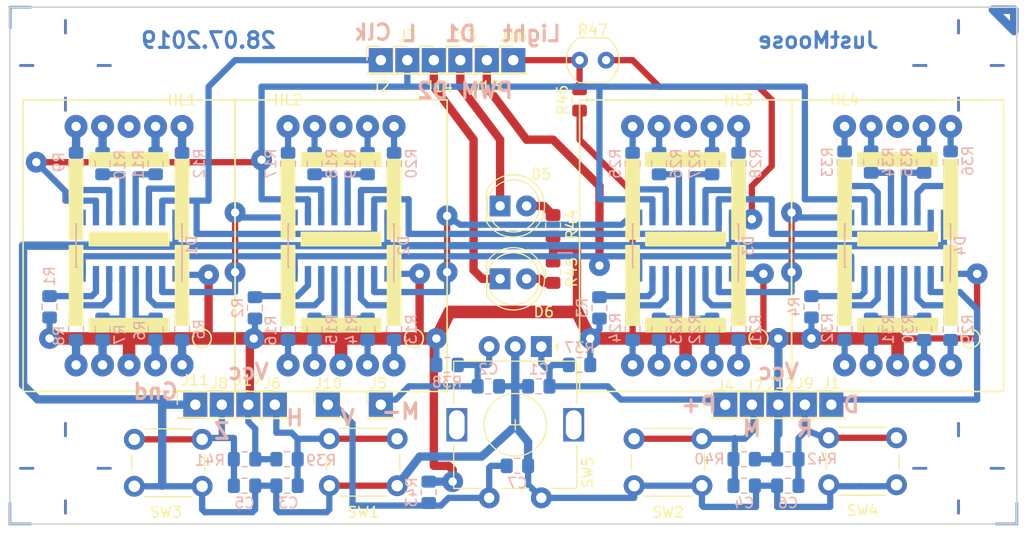
<source format=kicad_pcb>
(kicad_pcb (version 20171130) (host pcbnew "(5.0.0)")
  (layers (0 F.Cu signal) (31 B.Cu signal) (34 B.Paste user) (35 F.Paste user) (36 B.SilkS user) (37 F.SilkS user) (38 B.Mask user) (39 F.Mask user) (44 Edge.Cuts user))
  (net 0 "")
  (net 1 "Net-(HL1-Pad8)")
  (net 2 "Net-(HL1-Pad9)")
  (net 3 "Net-(HL1-Pad7)")
  (net 4 "Net-(HL1-Pad10)")
  (net 5 "Net-(HL1-Pad6)")
  (net 6 "Net-(HL1-Pad2)")
  (net 7 "Net-(HL1-Pad4)")
  (net 8 "Net-(HL1-Pad1)")
  (net 9 "Net-(HL1-Pad5)")
  (net 10 "Net-(HL2-Pad8)")
  (net 11 "Net-(HL3-Pad8)")
  (net 12 "Net-(HL3-Pad9)")
  (net 13 "Net-(HL3-Pad7)")
  (net 14 "Net-(HL3-Pad10)")
  (net 15 "Net-(HL3-Pad6)")
  (net 16 "Net-(HL3-Pad2)")
  (net 17 "Net-(HL3-Pad4)")
  (net 18 "Net-(HL3-Pad1)")
  (net 19 "Net-(HL3-Pad5)")
  (net 20 "Net-(HL4-Pad8)")
  (net 21 GND)
  (net 22 /Minus)
  (net 23 /Hour)
  (net 24 /Zoom)
  (net 25 /Rsrv)
  (net 26 /Valc)
  (net 27 /Clock)
  (net 28 "Net-(D1-Pad14)")
  (net 29 "Net-(D1-Pad13)")
  (net 30 "Net-(D1-Pad12)")
  (net 31 "Net-(D1-Pad11)")
  (net 32 /Latch)
  (net 33 "Net-(D1-Pad9)")
  (net 34 "Net-(D1-Pad7)")
  (net 35 "Net-(D1-Pad6)")
  (net 36 "Net-(D1-Pad5)")
  (net 37 "Net-(D1-Pad4)")
  (net 38 "Net-(D1-Pad3)")
  (net 39 /Data)
  (net 40 VCC)
  (net 41 "Net-(D2-Pad3)")
  (net 42 "Net-(D2-Pad4)")
  (net 43 "Net-(D2-Pad5)")
  (net 44 "Net-(D2-Pad6)")
  (net 45 "Net-(D2-Pad7)")
  (net 46 "Net-(D2-Pad11)")
  (net 47 "Net-(D2-Pad12)")
  (net 48 "Net-(D2-Pad13)")
  (net 49 "Net-(D2-Pad14)")
  (net 50 "Net-(D3-Pad3)")
  (net 51 "Net-(D3-Pad4)")
  (net 52 "Net-(D3-Pad5)")
  (net 53 "Net-(D3-Pad6)")
  (net 54 "Net-(D3-Pad7)")
  (net 55 "Net-(D3-Pad11)")
  (net 56 "Net-(D3-Pad12)")
  (net 57 "Net-(D3-Pad13)")
  (net 58 "Net-(D3-Pad14)")
  (net 59 "Net-(D4-Pad14)")
  (net 60 "Net-(D4-Pad13)")
  (net 61 "Net-(D4-Pad12)")
  (net 62 "Net-(D4-Pad11)")
  (net 63 "Net-(D4-Pad7)")
  (net 64 "Net-(D4-Pad6)")
  (net 65 "Net-(D4-Pad5)")
  (net 66 "Net-(D4-Pad4)")
  (net 67 "Net-(D4-Pad3)")
  (net 68 "Net-(HL2-Pad5)")
  (net 69 "Net-(HL2-Pad1)")
  (net 70 "Net-(HL2-Pad4)")
  (net 71 "Net-(HL2-Pad2)")
  (net 72 "Net-(HL2-Pad6)")
  (net 73 "Net-(HL2-Pad10)")
  (net 74 "Net-(HL2-Pad7)")
  (net 75 "Net-(HL2-Pad9)")
  (net 76 "Net-(HL4-Pad5)")
  (net 77 "Net-(HL4-Pad1)")
  (net 78 "Net-(HL4-Pad4)")
  (net 79 "Net-(HL4-Pad2)")
  (net 80 "Net-(HL4-Pad6)")
  (net 81 "Net-(HL4-Pad10)")
  (net 82 "Net-(HL4-Pad7)")
  (net 83 "Net-(HL4-Pad9)")
  (net 84 /Plus)
  (net 85 "Net-(D5-Pad2)")
  (net 86 "Net-(D6-Pad2)")
  (net 87 /Dot1)
  (net 88 /Dot2)
  (net 89 "Net-(D1-Pad2)")
  (net 90 "Net-(D2-Pad2)")
  (net 91 "Net-(D3-Pad2)")
  (net 92 /PWM)
  (net 93 "Net-(J16-Pad1)")
  (net 94 "Net-(C4-Pad1)")
  (module Capacitor_SMD:C_0805_2012Metric_Pad1.15x1.40mm_HandSolder (layer B.Cu) (at 140.87 75.71 180)
    (fp_text reference C1 (at 0 1.65 180) (layer B.SilkS) (effects (justify mirror)))
    (fp_text value 4.7nF)
    (pad 2 smd roundrect (at 1.025 0 180) (size 1.15 1.4) (layers B.Cu B.Paste B.Mask) (roundrect_rratio 0.217391) (net 21 GND))
    (pad 1 smd roundrect (at -1.025 0 180) (size 1.15 1.4) (layers B.Cu B.Paste B.Mask) (roundrect_rratio 0.217391) (net 84 /Plus))
  )
  (module Capacitor_SMD:C_0805_2012Metric_Pad1.15x1.40mm_HandSolder (layer B.Cu) (at 136.035 75.71)
    (fp_text reference C2 (at 0 -1.651) (layer B.SilkS) (effects (justify mirror)))
    (fp_text value 4.7nF)
    (pad 2 smd roundrect (at 1.025 0) (size 1.15 1.4) (layers B.Cu B.Paste B.Mask) (roundrect_rratio 0.217391) (net 21 GND))
    (pad 1 smd roundrect (at -1.025 0) (size 1.15 1.4) (layers B.Cu B.Paste B.Mask) (roundrect_rratio 0.217391) (net 22 /Minus))
  )
  (module Capacitor_SMD:C_0805_2012Metric_Pad1.15x1.40mm_HandSolder (layer B.Cu) (at 116.74 85.235 180)
    (fp_text reference C3 (at -0.127 -1.651 180) (layer B.SilkS) (effects (justify mirror)))
    (fp_text value 4.7nF)
    (pad 2 smd roundrect (at 1.025 0 180) (size 1.15 1.4) (layers B.Cu B.Paste B.Mask) (roundrect_rratio 0.217391) (net 21 GND))
    (pad 1 smd roundrect (at -1.025 0 180) (size 1.15 1.4) (layers B.Cu B.Paste B.Mask) (roundrect_rratio 0.217391) (net 23 /Hour))
  )
  (module Capacitor_SMD:C_0805_2012Metric_Pad1.15x1.40mm_HandSolder (layer B.Cu) (at 160.555 85.235)
    (fp_text reference C4 (at 0 1.65) (layer B.SilkS) (effects (justify mirror)))
    (fp_text value 4.7nF)
    (pad 2 smd roundrect (at 1.025 0) (size 1.15 1.4) (layers B.Cu B.Paste B.Mask) (roundrect_rratio 0.217391) (net 21 GND))
    (pad 1 smd roundrect (at -1.025 0) (size 1.15 1.4) (layers B.Cu B.Paste B.Mask) (roundrect_rratio 0.217391) (net 94 "Net-(C4-Pad1)"))
  )
  (module Capacitor_SMD:C_0805_2012Metric_Pad1.15x1.40mm_HandSolder (layer B.Cu) (at 112.667 85.235)
    (fp_text reference C5 (at 0 1.65) (layer B.SilkS) (effects (justify mirror)))
    (fp_text value 4.7nF)
    (pad 2 smd roundrect (at 1.025 0) (size 1.15 1.4) (layers B.Cu B.Paste B.Mask) (roundrect_rratio 0.217391) (net 21 GND))
    (pad 1 smd roundrect (at -1.025 0) (size 1.15 1.4) (layers B.Cu B.Paste B.Mask) (roundrect_rratio 0.217391) (net 24 /Zoom))
  )
  (module Capacitor_SMD:C_0805_2012Metric_Pad1.15x1.40mm_HandSolder (layer B.Cu) (at 164.737 85.235 180)
    (fp_text reference C6 (at -0.023 -1.651 180) (layer B.SilkS) (effects (justify mirror)))
    (fp_text value 4.7nF)
    (pad 2 smd roundrect (at 1.025 0 180) (size 1.15 1.4) (layers B.Cu B.Paste B.Mask) (roundrect_rratio 0.217391) (net 21 GND))
    (pad 1 smd roundrect (at -1.025 0 180) (size 1.15 1.4) (layers B.Cu B.Paste B.Mask) (roundrect_rratio 0.217391) (net 25 /Rsrv))
  )
  (module Capacitor_SMD:C_0805_2012Metric_Pad1.15x1.40mm_HandSolder (layer B.Cu) (at 138.82 83.33)
    (fp_text reference C7 (at 0 1.65) (layer B.SilkS) (effects (justify mirror)))
    (fp_text value 4.7nF)
    (pad 2 smd roundrect (at 1.025 0) (size 1.15 1.4) (layers B.Cu B.Paste B.Mask) (roundrect_rratio 0.217391) (net 21 GND))
    (pad 1 smd roundrect (at -1.025 0) (size 1.15 1.4) (layers B.Cu B.Paste B.Mask) (roundrect_rratio 0.217391) (net 26 /Valc))
  )
  (module Package_SO:SOIC-16_3.9x9.9mm_P1.27mm (layer B.Cu) (at 101.6 62.23 90)
    (fp_text reference D1 (at 0 6 90) (layer B.SilkS) (effects (justify mirror)))
    (fp_text value TPIC6C595)
    (pad 16 smd rect (at 2.7 4.445 90) (size 1.5 0.6) (layers B.Cu B.Paste B.Mask) (net 21 GND))
    (pad 15 smd rect (at 2.7 3.175 90) (size 1.5 0.6) (layers B.Cu B.Paste B.Mask) (net 27 /Clock))
    (pad 14 smd rect (at 2.7 1.905 90) (size 1.5 0.6) (layers B.Cu B.Paste B.Mask) (net 28 "Net-(D1-Pad14)"))
    (pad 13 smd rect (at 2.7 0.635 90) (size 1.5 0.6) (layers B.Cu B.Paste B.Mask) (net 29 "Net-(D1-Pad13)"))
    (pad 12 smd rect (at 2.7 -0.635 90) (size 1.5 0.6) (layers B.Cu B.Paste B.Mask) (net 30 "Net-(D1-Pad12)"))
    (pad 11 smd rect (at 2.7 -1.905 90) (size 1.5 0.6) (layers B.Cu B.Paste B.Mask) (net 31 "Net-(D1-Pad11)"))
    (pad 10 smd rect (at 2.7 -3.175 90) (size 1.5 0.6) (layers B.Cu B.Paste B.Mask) (net 32 /Latch))
    (pad 9 smd rect (at 2.7 -4.445 90) (size 1.5 0.6) (layers B.Cu B.Paste B.Mask) (net 33 "Net-(D1-Pad9)"))
    (pad 8 smd rect (at -2.7 -4.445 90) (size 1.5 0.6) (layers B.Cu B.Paste B.Mask) (net 92 /PWM))
    (pad 7 smd rect (at -2.7 -3.175 90) (size 1.5 0.6) (layers B.Cu B.Paste B.Mask) (net 34 "Net-(D1-Pad7)"))
    (pad 6 smd rect (at -2.7 -1.905 90) (size 1.5 0.6) (layers B.Cu B.Paste B.Mask) (net 35 "Net-(D1-Pad6)"))
    (pad 5 smd rect (at -2.7 -0.635 90) (size 1.5 0.6) (layers B.Cu B.Paste B.Mask) (net 36 "Net-(D1-Pad5)"))
    (pad 4 smd rect (at -2.7 0.635 90) (size 1.5 0.6) (layers B.Cu B.Paste B.Mask) (net 37 "Net-(D1-Pad4)"))
    (pad 3 smd rect (at -2.7 1.905 90) (size 1.5 0.6) (layers B.Cu B.Paste B.Mask) (net 38 "Net-(D1-Pad3)"))
    (pad 2 smd rect (at -2.7 3.175 90) (size 1.5 0.6) (layers B.Cu B.Paste B.Mask) (net 89 "Net-(D1-Pad2)"))
    (pad 1 smd rect (at -2.7 4.445 90) (size 1.5 0.6) (layers B.Cu B.Paste B.Mask) (net 40 VCC))
  )
  (module Package_SO:SOIC-16_3.9x9.9mm_P1.27mm (layer B.Cu) (at 121.92 62.23 90)
    (fp_text reference D2 (at 0 6 90) (layer B.SilkS) (effects (justify mirror)))
    (fp_text value TPIC6C595)
    (pad 16 smd rect (at 2.7 4.445 90) (size 1.5 0.6) (layers B.Cu B.Paste B.Mask) (net 21 GND))
    (pad 15 smd rect (at 2.7 3.175 90) (size 1.5 0.6) (layers B.Cu B.Paste B.Mask) (net 27 /Clock))
    (pad 14 smd rect (at 2.7 1.905 90) (size 1.5 0.6) (layers B.Cu B.Paste B.Mask) (net 49 "Net-(D2-Pad14)"))
    (pad 13 smd rect (at 2.7 0.635 90) (size 1.5 0.6) (layers B.Cu B.Paste B.Mask) (net 48 "Net-(D2-Pad13)"))
    (pad 12 smd rect (at 2.7 -0.635 90) (size 1.5 0.6) (layers B.Cu B.Paste B.Mask) (net 47 "Net-(D2-Pad12)"))
    (pad 11 smd rect (at 2.7 -1.905 90) (size 1.5 0.6) (layers B.Cu B.Paste B.Mask) (net 46 "Net-(D2-Pad11)"))
    (pad 10 smd rect (at 2.7 -3.175 90) (size 1.5 0.6) (layers B.Cu B.Paste B.Mask) (net 32 /Latch))
    (pad 9 smd rect (at 2.7 -4.445 90) (size 1.5 0.6) (layers B.Cu B.Paste B.Mask) (net 89 "Net-(D1-Pad2)"))
    (pad 8 smd rect (at -2.7 -4.445 90) (size 1.5 0.6) (layers B.Cu B.Paste B.Mask) (net 92 /PWM))
    (pad 7 smd rect (at -2.7 -3.175 90) (size 1.5 0.6) (layers B.Cu B.Paste B.Mask) (net 45 "Net-(D2-Pad7)"))
    (pad 6 smd rect (at -2.7 -1.905 90) (size 1.5 0.6) (layers B.Cu B.Paste B.Mask) (net 44 "Net-(D2-Pad6)"))
    (pad 5 smd rect (at -2.7 -0.635 90) (size 1.5 0.6) (layers B.Cu B.Paste B.Mask) (net 43 "Net-(D2-Pad5)"))
    (pad 4 smd rect (at -2.7 0.635 90) (size 1.5 0.6) (layers B.Cu B.Paste B.Mask) (net 42 "Net-(D2-Pad4)"))
    (pad 3 smd rect (at -2.7 1.905 90) (size 1.5 0.6) (layers B.Cu B.Paste B.Mask) (net 41 "Net-(D2-Pad3)"))
    (pad 2 smd rect (at -2.7 3.175 90) (size 1.5 0.6) (layers B.Cu B.Paste B.Mask) (net 90 "Net-(D2-Pad2)"))
    (pad 1 smd rect (at -2.7 4.445 90) (size 1.5 0.6) (layers B.Cu B.Paste B.Mask) (net 40 VCC))
  )
  (module Package_SO:SOIC-16_3.9x9.9mm_P1.27mm (layer B.Cu) (at 154.94 62.23 90)
    (fp_text reference D3 (at 0 6 90) (layer B.SilkS) (effects (justify mirror)))
    (fp_text value TPIC6C595)
    (pad 16 smd rect (at 2.7 4.445 90) (size 1.5 0.6) (layers B.Cu B.Paste B.Mask) (net 21 GND))
    (pad 15 smd rect (at 2.7 3.175 90) (size 1.5 0.6) (layers B.Cu B.Paste B.Mask) (net 27 /Clock))
    (pad 14 smd rect (at 2.7 1.905 90) (size 1.5 0.6) (layers B.Cu B.Paste B.Mask) (net 58 "Net-(D3-Pad14)"))
    (pad 13 smd rect (at 2.7 0.635 90) (size 1.5 0.6) (layers B.Cu B.Paste B.Mask) (net 57 "Net-(D3-Pad13)"))
    (pad 12 smd rect (at 2.7 -0.635 90) (size 1.5 0.6) (layers B.Cu B.Paste B.Mask) (net 56 "Net-(D3-Pad12)"))
    (pad 11 smd rect (at 2.7 -1.905 90) (size 1.5 0.6) (layers B.Cu B.Paste B.Mask) (net 55 "Net-(D3-Pad11)"))
    (pad 10 smd rect (at 2.7 -3.175 90) (size 1.5 0.6) (layers B.Cu B.Paste B.Mask) (net 32 /Latch))
    (pad 9 smd rect (at 2.7 -4.445 90) (size 1.5 0.6) (layers B.Cu B.Paste B.Mask) (net 90 "Net-(D2-Pad2)"))
    (pad 8 smd rect (at -2.7 -4.445 90) (size 1.5 0.6) (layers B.Cu B.Paste B.Mask) (net 92 /PWM))
    (pad 7 smd rect (at -2.7 -3.175 90) (size 1.5 0.6) (layers B.Cu B.Paste B.Mask) (net 54 "Net-(D3-Pad7)"))
    (pad 6 smd rect (at -2.7 -1.905 90) (size 1.5 0.6) (layers B.Cu B.Paste B.Mask) (net 53 "Net-(D3-Pad6)"))
    (pad 5 smd rect (at -2.7 -0.635 90) (size 1.5 0.6) (layers B.Cu B.Paste B.Mask) (net 52 "Net-(D3-Pad5)"))
    (pad 4 smd rect (at -2.7 0.635 90) (size 1.5 0.6) (layers B.Cu B.Paste B.Mask) (net 51 "Net-(D3-Pad4)"))
    (pad 3 smd rect (at -2.7 1.905 90) (size 1.5 0.6) (layers B.Cu B.Paste B.Mask) (net 50 "Net-(D3-Pad3)"))
    (pad 2 smd rect (at -2.7 3.175 90) (size 1.5 0.6) (layers B.Cu B.Paste B.Mask) (net 91 "Net-(D3-Pad2)"))
    (pad 1 smd rect (at -2.7 4.445 90) (size 1.5 0.6) (layers B.Cu B.Paste B.Mask) (net 40 VCC))
  )
  (module Package_SO:SOIC-16_3.9x9.9mm_P1.27mm (layer B.Cu) (at 175.26 62.23 90)
    (fp_text reference D4 (at 0 6 90) (layer B.SilkS) (effects (justify mirror)))
    (fp_text value TPIC6C595)
    (pad 16 smd rect (at 2.7 4.445 90) (size 1.5 0.6) (layers B.Cu B.Paste B.Mask) (net 21 GND))
    (pad 15 smd rect (at 2.7 3.175 90) (size 1.5 0.6) (layers B.Cu B.Paste B.Mask) (net 27 /Clock))
    (pad 14 smd rect (at 2.7 1.905 90) (size 1.5 0.6) (layers B.Cu B.Paste B.Mask) (net 59 "Net-(D4-Pad14)"))
    (pad 13 smd rect (at 2.7 0.635 90) (size 1.5 0.6) (layers B.Cu B.Paste B.Mask) (net 60 "Net-(D4-Pad13)"))
    (pad 12 smd rect (at 2.7 -0.635 90) (size 1.5 0.6) (layers B.Cu B.Paste B.Mask) (net 61 "Net-(D4-Pad12)"))
    (pad 11 smd rect (at 2.7 -1.905 90) (size 1.5 0.6) (layers B.Cu B.Paste B.Mask) (net 62 "Net-(D4-Pad11)"))
    (pad 10 smd rect (at 2.7 -3.175 90) (size 1.5 0.6) (layers B.Cu B.Paste B.Mask) (net 32 /Latch))
    (pad 9 smd rect (at 2.7 -4.445 90) (size 1.5 0.6) (layers B.Cu B.Paste B.Mask) (net 91 "Net-(D3-Pad2)"))
    (pad 8 smd rect (at -2.7 -4.445 90) (size 1.5 0.6) (layers B.Cu B.Paste B.Mask) (net 92 /PWM))
    (pad 7 smd rect (at -2.7 -3.175 90) (size 1.5 0.6) (layers B.Cu B.Paste B.Mask) (net 63 "Net-(D4-Pad7)"))
    (pad 6 smd rect (at -2.7 -1.905 90) (size 1.5 0.6) (layers B.Cu B.Paste B.Mask) (net 64 "Net-(D4-Pad6)"))
    (pad 5 smd rect (at -2.7 -0.635 90) (size 1.5 0.6) (layers B.Cu B.Paste B.Mask) (net 65 "Net-(D4-Pad5)"))
    (pad 4 smd rect (at -2.7 0.635 90) (size 1.5 0.6) (layers B.Cu B.Paste B.Mask) (net 66 "Net-(D4-Pad4)"))
    (pad 3 smd rect (at -2.7 1.905 90) (size 1.5 0.6) (layers B.Cu B.Paste B.Mask) (net 67 "Net-(D4-Pad3)"))
    (pad 2 smd rect (at -2.7 3.175 90) (size 1.5 0.6) (layers B.Cu B.Paste B.Mask) (net 39 /Data))
    (pad 1 smd rect (at -2.7 4.445 90) (size 1.5 0.6) (layers B.Cu B.Paste B.Mask) (net 40 VCC))
  )
  (module "MyLib:0.8 inch LED (20x28)" (layer F.Cu) (at 101.6 63.5)
    (fp_text reference HL1 (at 5.08 -15.24) (layer F.SilkS))
    (fp_text value White7seg)
    (pad 5 thru_hole circle (at 5.08 10.16) (size 2.2 2.2) (drill 0.9) (layers *.Cu *.Mask) (net 9 "Net-(HL1-Pad5)"))
    (pad 1 thru_hole circle (at -5.08 10.16) (size 2.2 2.2) (drill 0.9) (layers *.Cu *.Mask) (net 8 "Net-(HL1-Pad1)"))
    (pad 4 thru_hole circle (at 2.54 10.16) (size 2.2 2.2) (drill 0.9) (layers *.Cu *.Mask) (net 7 "Net-(HL1-Pad4)"))
    (pad 2 thru_hole circle (at -2.54 10.16) (size 2.2 2.2) (drill 0.9) (layers *.Cu *.Mask) (net 6 "Net-(HL1-Pad2)"))
    (pad 3 thru_hole circle (at 0 10.16) (size 2.2 2.2) (drill 0.9) (layers *.Cu *.Mask) (net 40 VCC))
    (pad 6 thru_hole circle (at 5.08 -12.7) (size 2.2 2.2) (drill 0.9) (layers *.Cu *.Mask) (net 5 "Net-(HL1-Pad6)"))
    (pad 10 thru_hole circle (at -5.08 -12.7) (size 2.2 2.2) (drill 0.9) (layers *.Cu *.Mask) (net 4 "Net-(HL1-Pad10)"))
    (pad 7 thru_hole circle (at 2.54 -12.7) (size 2.2 2.2) (drill 0.9) (layers *.Cu *.Mask) (net 3 "Net-(HL1-Pad7)"))
    (pad 9 thru_hole circle (at -2.54 -12.7) (size 2.2 2.2) (drill 0.9) (layers *.Cu *.Mask) (net 2 "Net-(HL1-Pad9)"))
    (pad 8 thru_hole circle (at 0 -12.7) (size 2.2 2.2) (drill 0.9) (layers *.Cu *.Mask) (net 1 "Net-(HL1-Pad8)"))
  )
  (module "MyLib:0.8 inch LED (20x28)" (layer F.Cu) (at 121.92 63.5)
    (fp_text reference HL2 (at -5.08 -15.24) (layer F.SilkS))
    (fp_text value White7seg)
    (pad 5 thru_hole circle (at 5.08 10.16) (size 2.2 2.2) (drill 0.9) (layers *.Cu *.Mask) (net 68 "Net-(HL2-Pad5)"))
    (pad 1 thru_hole circle (at -5.08 10.16) (size 2.2 2.2) (drill 0.9) (layers *.Cu *.Mask) (net 69 "Net-(HL2-Pad1)"))
    (pad 4 thru_hole circle (at 2.54 10.16) (size 2.2 2.2) (drill 0.9) (layers *.Cu *.Mask) (net 70 "Net-(HL2-Pad4)"))
    (pad 2 thru_hole circle (at -2.54 10.16) (size 2.2 2.2) (drill 0.9) (layers *.Cu *.Mask) (net 71 "Net-(HL2-Pad2)"))
    (pad 3 thru_hole circle (at 0 10.16) (size 2.2 2.2) (drill 0.9) (layers *.Cu *.Mask) (net 40 VCC))
    (pad 6 thru_hole circle (at 5.08 -12.7) (size 2.2 2.2) (drill 0.9) (layers *.Cu *.Mask) (net 72 "Net-(HL2-Pad6)"))
    (pad 10 thru_hole circle (at -5.08 -12.7) (size 2.2 2.2) (drill 0.9) (layers *.Cu *.Mask) (net 73 "Net-(HL2-Pad10)"))
    (pad 7 thru_hole circle (at 2.54 -12.7) (size 2.2 2.2) (drill 0.9) (layers *.Cu *.Mask) (net 74 "Net-(HL2-Pad7)"))
    (pad 9 thru_hole circle (at -2.54 -12.7) (size 2.2 2.2) (drill 0.9) (layers *.Cu *.Mask) (net 75 "Net-(HL2-Pad9)"))
    (pad 8 thru_hole circle (at 0 -12.7) (size 2.2 2.2) (drill 0.9) (layers *.Cu *.Mask) (net 10 "Net-(HL2-Pad8)"))
  )
  (module "MyLib:0.8 inch LED (20x28)" (layer F.Cu) (at 154.94 63.5)
    (fp_text reference HL3 (at 5.08 -15.24) (layer F.SilkS))
    (fp_text value White7seg)
    (pad 5 thru_hole circle (at 5.08 10.16) (size 2.2 2.2) (drill 0.9) (layers *.Cu *.Mask) (net 19 "Net-(HL3-Pad5)"))
    (pad 1 thru_hole circle (at -5.08 10.16) (size 2.2 2.2) (drill 0.9) (layers *.Cu *.Mask) (net 18 "Net-(HL3-Pad1)"))
    (pad 4 thru_hole circle (at 2.54 10.16) (size 2.2 2.2) (drill 0.9) (layers *.Cu *.Mask) (net 17 "Net-(HL3-Pad4)"))
    (pad 2 thru_hole circle (at -2.54 10.16) (size 2.2 2.2) (drill 0.9) (layers *.Cu *.Mask) (net 16 "Net-(HL3-Pad2)"))
    (pad 3 thru_hole circle (at 0 10.16) (size 2.2 2.2) (drill 0.9) (layers *.Cu *.Mask) (net 40 VCC))
    (pad 6 thru_hole circle (at 5.08 -12.7) (size 2.2 2.2) (drill 0.9) (layers *.Cu *.Mask) (net 15 "Net-(HL3-Pad6)"))
    (pad 10 thru_hole circle (at -5.08 -12.7) (size 2.2 2.2) (drill 0.9) (layers *.Cu *.Mask) (net 14 "Net-(HL3-Pad10)"))
    (pad 7 thru_hole circle (at 2.54 -12.7) (size 2.2 2.2) (drill 0.9) (layers *.Cu *.Mask) (net 13 "Net-(HL3-Pad7)"))
    (pad 9 thru_hole circle (at -2.54 -12.7) (size 2.2 2.2) (drill 0.9) (layers *.Cu *.Mask) (net 12 "Net-(HL3-Pad9)"))
    (pad 8 thru_hole circle (at 0 -12.7) (size 2.2 2.2) (drill 0.9) (layers *.Cu *.Mask) (net 11 "Net-(HL3-Pad8)"))
  )
  (module "MyLib:0.8 inch LED (20x28)" (layer F.Cu) (at 175.26 63.5)
    (fp_text reference HL4 (at -5.08 -15.24) (layer F.SilkS))
    (fp_text value White7seg)
    (pad 5 thru_hole circle (at 5.08 10.16) (size 2.2 2.2) (drill 0.9) (layers *.Cu *.Mask) (net 76 "Net-(HL4-Pad5)"))
    (pad 1 thru_hole circle (at -5.08 10.16) (size 2.2 2.2) (drill 0.9) (layers *.Cu *.Mask) (net 77 "Net-(HL4-Pad1)"))
    (pad 4 thru_hole circle (at 2.54 10.16) (size 2.2 2.2) (drill 0.9) (layers *.Cu *.Mask) (net 78 "Net-(HL4-Pad4)"))
    (pad 2 thru_hole circle (at -2.54 10.16) (size 2.2 2.2) (drill 0.9) (layers *.Cu *.Mask) (net 79 "Net-(HL4-Pad2)"))
    (pad 3 thru_hole circle (at 0 10.16) (size 2.2 2.2) (drill 0.9) (layers *.Cu *.Mask) (net 40 VCC))
    (pad 6 thru_hole circle (at 5.08 -12.7) (size 2.2 2.2) (drill 0.9) (layers *.Cu *.Mask) (net 80 "Net-(HL4-Pad6)"))
    (pad 10 thru_hole circle (at -5.08 -12.7) (size 2.2 2.2) (drill 0.9) (layers *.Cu *.Mask) (net 81 "Net-(HL4-Pad10)"))
    (pad 7 thru_hole circle (at 2.54 -12.7) (size 2.2 2.2) (drill 0.9) (layers *.Cu *.Mask) (net 82 "Net-(HL4-Pad7)"))
    (pad 9 thru_hole circle (at -2.54 -12.7) (size 2.2 2.2) (drill 0.9) (layers *.Cu *.Mask) (net 83 "Net-(HL4-Pad9)"))
    (pad 8 thru_hole circle (at 0 -12.7) (size 2.2 2.2) (drill 0.9) (layers *.Cu *.Mask) (net 20 "Net-(HL4-Pad8)"))
  )
  (module Connector_PinHeader_2.54mm:PinHeader_1x01_P2.54mm_Vertical (layer F.Cu) (at 168.91 77.47)
    (fp_text reference J1 (at 0 -2.032) (layer F.SilkS))
    (fp_text value Data)
    (pad 1 thru_hole rect (at 0 0) (size 2.3 2.3) (drill 1) (layers *.Cu *.Mask) (net 39 /Data))
  )
  (module Connector_PinHeader_2.54mm:PinHeader_1x01_P2.54mm_Vertical (layer F.Cu) (at 125.73 44.45)
    (fp_text reference J2 (at 0 2.54) (layer F.SilkS))
    (fp_text value Clock)
    (pad 1 thru_hole rect (at 0 0) (size 2.3 2.3) (drill 1) (layers *.Cu *.Mask) (net 27 /Clock))
  )
  (module Connector_PinHeader_2.54mm:PinHeader_1x01_P2.54mm_Vertical (layer F.Cu) (at 128.27 44.45)
    (fp_text reference J3 (at 0 -2.33) (layer F.SilkS))
    (fp_text value Latch)
    (pad 1 thru_hole rect (at 0 0) (size 2.3 2.3) (drill 1) (layers *.Cu *.Mask) (net 32 /Latch))
  )
  (module Connector_PinHeader_2.54mm:PinHeader_1x01_P2.54mm_Vertical (layer F.Cu) (at 158.75 77.47)
    (fp_text reference J4 (at 0 -1.778) (layer F.SilkS))
    (fp_text value Plus)
    (pad 1 thru_hole rect (at 0 0) (size 2.3 2.3) (drill 1) (layers *.Cu *.Mask) (net 84 /Plus))
  )
  (module Connector_PinHeader_2.54mm:PinHeader_1x01_P2.54mm_Vertical (layer F.Cu) (at 125.73 77.47)
    (fp_text reference J5 (at -0.254 -2.032) (layer F.SilkS))
    (fp_text value Minus)
    (pad 1 thru_hole rect (at 0 0) (size 2.3 2.3) (drill 1) (layers *.Cu *.Mask) (net 22 /Minus))
  )
  (module Connector_PinHeader_2.54mm:PinHeader_1x01_P2.54mm_Vertical (layer F.Cu) (at 115.57 77.47)
    (fp_text reference J6 (at -0.254 -2.032) (layer F.SilkS))
    (fp_text value Hour)
    (pad 1 thru_hole rect (at 0 0) (size 2.3 2.3) (drill 1) (layers *.Cu *.Mask) (net 23 /Hour))
  )
  (module Connector_PinHeader_2.54mm:PinHeader_1x01_P2.54mm_Vertical (layer F.Cu) (at 161.29 77.47)
    (fp_text reference J7 (at 0.254 -1.778) (layer F.SilkS))
    (fp_text value Minute)
    (pad 1 thru_hole rect (at 0 0) (size 2.3 2.3) (drill 1) (layers *.Cu *.Mask) (net 94 "Net-(C4-Pad1)"))
  )
  (module Connector_PinHeader_2.54mm:PinHeader_1x01_P2.54mm_Vertical (layer F.Cu) (at 110.49 77.47)
    (fp_text reference J8 (at -0.254 -2.032) (layer F.SilkS))
    (fp_text value Zoom)
    (pad 1 thru_hole rect (at 0 0) (size 2.3 2.3) (drill 1) (layers *.Cu *.Mask) (net 24 /Zoom))
  )
  (module Connector_PinHeader_2.54mm:PinHeader_1x01_P2.54mm_Vertical (layer F.Cu) (at 166.37 77.47)
    (fp_text reference J9 (at 0 -2.032) (layer F.SilkS))
    (fp_text value Rsrv)
    (pad 1 thru_hole rect (at 0 0) (size 2.3 2.3) (drill 1) (layers *.Cu *.Mask) (net 25 /Rsrv))
  )
  (module Connector_PinHeader_2.54mm:PinHeader_1x01_P2.54mm_Vertical (layer F.Cu) (at 120.65 77.47)
    (fp_text reference J10 (at 0.0635 -2.032) (layer F.SilkS))
    (fp_text value Valc)
    (pad 1 thru_hole rect (at 0 0) (size 2.3 2.3) (drill 1) (layers *.Cu *.Mask) (net 26 /Valc))
  )
  (module Resistor_SMD:R_0805_2012Metric_Pad1.15x1.40mm_HandSolder (layer B.Cu) (at 93.98 68.09 270)
    (fp_text reference R1 (at -2.921 0 270) (layer B.SilkS) (effects (justify mirror)))
    (fp_text value 10k)
    (pad 2 smd roundrect (at 1.025 0 270) (size 1.15 1.4) (layers B.Cu B.Paste B.Mask) (roundrect_rratio 0.217391) (net 40 VCC))
    (pad 1 smd roundrect (at -1.025 0 270) (size 1.15 1.4) (layers B.Cu B.Paste B.Mask) (roundrect_rratio 0.217391) (net 34 "Net-(D1-Pad7)"))
  )
  (module Resistor_SMD:R_0805_2012Metric_Pad1.15x1.40mm_HandSolder (layer B.Cu) (at 113.665 68.19 270)
    (fp_text reference R2 (at 0 1.65 270) (layer B.SilkS) (effects (justify mirror)))
    (fp_text value 10k)
    (pad 2 smd roundrect (at 1.025 0 270) (size 1.15 1.4) (layers B.Cu B.Paste B.Mask) (roundrect_rratio 0.217391) (net 40 VCC))
    (pad 1 smd roundrect (at -1.025 0 270) (size 1.15 1.4) (layers B.Cu B.Paste B.Mask) (roundrect_rratio 0.217391) (net 45 "Net-(D2-Pad7)"))
  )
  (module Resistor_SMD:R_0805_2012Metric_Pad1.15x1.40mm_HandSolder (layer B.Cu) (at 146.685 68.19 270)
    (fp_text reference R3 (at 0 1.65 270) (layer B.SilkS) (effects (justify mirror)))
    (fp_text value 10k)
    (pad 2 smd roundrect (at 1.025 0 270) (size 1.15 1.4) (layers B.Cu B.Paste B.Mask) (roundrect_rratio 0.217391) (net 40 VCC))
    (pad 1 smd roundrect (at -1.025 0 270) (size 1.15 1.4) (layers B.Cu B.Paste B.Mask) (roundrect_rratio 0.217391) (net 54 "Net-(D3-Pad7)"))
  )
  (module Resistor_SMD:R_0805_2012Metric_Pad1.15x1.40mm_HandSolder (layer B.Cu) (at 167.005 68.09 270)
    (fp_text reference R4 (at 0 1.65 270) (layer B.SilkS) (effects (justify mirror)))
    (fp_text value 10k)
    (pad 2 smd roundrect (at 1.025 0 270) (size 1.15 1.4) (layers B.Cu B.Paste B.Mask) (roundrect_rratio 0.217391) (net 40 VCC))
    (pad 1 smd roundrect (at -1.025 0 270) (size 1.15 1.4) (layers B.Cu B.Paste B.Mask) (roundrect_rratio 0.217391) (net 63 "Net-(D4-Pad7)"))
  )
  (module Resistor_SMD:R_0805_2012Metric_Pad1.15x1.40mm_HandSolder (layer B.Cu) (at 106.68 70.24 90)
    (fp_text reference R5 (at 0 1.65 90) (layer B.SilkS) (effects (justify mirror)))
    (fp_text value 2.4k)
    (pad 2 smd roundrect (at 1.025 0 90) (size 1.15 1.4) (layers B.Cu B.Paste B.Mask) (roundrect_rratio 0.217391) (net 38 "Net-(D1-Pad3)"))
    (pad 1 smd roundrect (at -1.025 0 90) (size 1.15 1.4) (layers B.Cu B.Paste B.Mask) (roundrect_rratio 0.217391) (net 9 "Net-(HL1-Pad5)"))
  )
  (module Resistor_SMD:R_0805_2012Metric_Pad1.15x1.40mm_HandSolder (layer B.Cu) (at 104.14 70.24 90)
    (fp_text reference R6 (at -0.118 -1.524 90) (layer B.SilkS) (effects (justify mirror)))
    (fp_text value 2.4k)
    (pad 2 smd roundrect (at 1.025 0 90) (size 1.15 1.4) (layers B.Cu B.Paste B.Mask) (roundrect_rratio 0.217391) (net 37 "Net-(D1-Pad4)"))
    (pad 1 smd roundrect (at -1.025 0 90) (size 1.15 1.4) (layers B.Cu B.Paste B.Mask) (roundrect_rratio 0.217391) (net 7 "Net-(HL1-Pad4)"))
  )
  (module Resistor_SMD:R_0805_2012Metric_Pad1.15x1.40mm_HandSolder (layer B.Cu) (at 99.06 70.24 90)
    (fp_text reference R7 (at -0.499 1.65 90) (layer B.SilkS) (effects (justify mirror)))
    (fp_text value 2.4k)
    (pad 2 smd roundrect (at 1.025 0 90) (size 1.15 1.4) (layers B.Cu B.Paste B.Mask) (roundrect_rratio 0.217391) (net 36 "Net-(D1-Pad5)"))
    (pad 1 smd roundrect (at -1.025 0 90) (size 1.15 1.4) (layers B.Cu B.Paste B.Mask) (roundrect_rratio 0.217391) (net 6 "Net-(HL1-Pad2)"))
  )
  (module Resistor_SMD:R_0805_2012Metric_Pad1.15x1.40mm_HandSolder (layer B.Cu) (at 96.52 70.24 90)
    (fp_text reference R8 (at -0.626 -1.651 90) (layer B.SilkS) (effects (justify mirror)))
    (fp_text value 2.4k)
    (pad 2 smd roundrect (at 1.025 0 90) (size 1.15 1.4) (layers B.Cu B.Paste B.Mask) (roundrect_rratio 0.217391) (net 35 "Net-(D1-Pad6)"))
    (pad 1 smd roundrect (at -1.025 0 90) (size 1.15 1.4) (layers B.Cu B.Paste B.Mask) (roundrect_rratio 0.217391) (net 8 "Net-(HL1-Pad1)"))
  )
  (module Resistor_SMD:R_0805_2012Metric_Pad1.15x1.40mm_HandSolder (layer B.Cu) (at 96.52 54.365 270)
    (fp_text reference R9 (at -0.136 1.651 270) (layer B.SilkS) (effects (justify mirror)))
    (fp_text value 2.4k)
    (pad 2 smd roundrect (at 1.025 0 270) (size 1.15 1.4) (layers B.Cu B.Paste B.Mask) (roundrect_rratio 0.217391) (net 31 "Net-(D1-Pad11)"))
    (pad 1 smd roundrect (at -1.025 0 270) (size 1.15 1.4) (layers B.Cu B.Paste B.Mask) (roundrect_rratio 0.217391) (net 4 "Net-(HL1-Pad10)"))
  )
  (module Resistor_SMD:R_0805_2012Metric_Pad1.15x1.40mm_HandSolder (layer B.Cu) (at 99.06 54.365 270)
    (fp_text reference R10 (at 0.118 -1.651 270) (layer B.SilkS) (effects (justify mirror)))
    (fp_text value 2.4k)
    (pad 2 smd roundrect (at 1.025 0 270) (size 1.15 1.4) (layers B.Cu B.Paste B.Mask) (roundrect_rratio 0.217391) (net 30 "Net-(D1-Pad12)"))
    (pad 1 smd roundrect (at -1.025 0 270) (size 1.15 1.4) (layers B.Cu B.Paste B.Mask) (roundrect_rratio 0.217391) (net 2 "Net-(HL1-Pad9)"))
  )
  (module Resistor_SMD:R_0805_2012Metric_Pad1.15x1.40mm_HandSolder (layer B.Cu) (at 104.14 54.365 270)
    (fp_text reference R11 (at 0.118 1.65 270) (layer B.SilkS) (effects (justify mirror)))
    (fp_text value 2.4k)
    (pad 2 smd roundrect (at 1.025 0 270) (size 1.15 1.4) (layers B.Cu B.Paste B.Mask) (roundrect_rratio 0.217391) (net 29 "Net-(D1-Pad13)"))
    (pad 1 smd roundrect (at -1.025 0 270) (size 1.15 1.4) (layers B.Cu B.Paste B.Mask) (roundrect_rratio 0.217391) (net 3 "Net-(HL1-Pad7)"))
  )
  (module Resistor_SMD:R_0805_2012Metric_Pad1.15x1.40mm_HandSolder (layer B.Cu) (at 106.68 54.365 270)
    (fp_text reference R12 (at -0.009 -1.651 270) (layer B.SilkS) (effects (justify mirror)))
    (fp_text value 2.4k)
    (pad 2 smd roundrect (at 1.025 0 270) (size 1.15 1.4) (layers B.Cu B.Paste B.Mask) (roundrect_rratio 0.217391) (net 28 "Net-(D1-Pad14)"))
    (pad 1 smd roundrect (at -1.025 0 270) (size 1.15 1.4) (layers B.Cu B.Paste B.Mask) (roundrect_rratio 0.217391) (net 5 "Net-(HL1-Pad6)"))
  )
  (module Resistor_SMD:R_0805_2012Metric_Pad1.15x1.40mm_HandSolder (layer B.Cu) (at 127 70.24 90)
    (fp_text reference R13 (at 0 1.65 90) (layer B.SilkS) (effects (justify mirror)))
    (fp_text value 2.4k)
    (pad 2 smd roundrect (at 1.025 0 90) (size 1.15 1.4) (layers B.Cu B.Paste B.Mask) (roundrect_rratio 0.217391) (net 41 "Net-(D2-Pad3)"))
    (pad 1 smd roundrect (at -1.025 0 90) (size 1.15 1.4) (layers B.Cu B.Paste B.Mask) (roundrect_rratio 0.217391) (net 68 "Net-(HL2-Pad5)"))
  )
  (module Resistor_SMD:R_0805_2012Metric_Pad1.15x1.40mm_HandSolder (layer B.Cu) (at 124.46 70.24 90)
    (fp_text reference R14 (at 0 -1.524 90) (layer B.SilkS) (effects (justify mirror)))
    (fp_text value 2.4k)
    (pad 2 smd roundrect (at 1.025 0 90) (size 1.15 1.4) (layers B.Cu B.Paste B.Mask) (roundrect_rratio 0.217391) (net 42 "Net-(D2-Pad4)"))
    (pad 1 smd roundrect (at -1.025 0 90) (size 1.15 1.4) (layers B.Cu B.Paste B.Mask) (roundrect_rratio 0.217391) (net 70 "Net-(HL2-Pad4)"))
  )
  (module Resistor_SMD:R_0805_2012Metric_Pad1.15x1.40mm_HandSolder (layer B.Cu) (at 119.38 70.24 90)
    (fp_text reference R15 (at 0 1.65 90) (layer B.SilkS) (effects (justify mirror)))
    (fp_text value 2.4k)
    (pad 2 smd roundrect (at 1.025 0 90) (size 1.15 1.4) (layers B.Cu B.Paste B.Mask) (roundrect_rratio 0.217391) (net 43 "Net-(D2-Pad5)"))
    (pad 1 smd roundrect (at -1.025 0 90) (size 1.15 1.4) (layers B.Cu B.Paste B.Mask) (roundrect_rratio 0.217391) (net 71 "Net-(HL2-Pad2)"))
  )
  (module Resistor_SMD:R_0805_2012Metric_Pad1.15x1.40mm_HandSolder (layer B.Cu) (at 116.84 70.24 90)
    (fp_text reference R16 (at -0.118 -1.651 90) (layer B.SilkS) (effects (justify mirror)))
    (fp_text value 2.4k)
    (pad 2 smd roundrect (at 1.025 0 90) (size 1.15 1.4) (layers B.Cu B.Paste B.Mask) (roundrect_rratio 0.217391) (net 44 "Net-(D2-Pad6)"))
    (pad 1 smd roundrect (at -1.025 0 90) (size 1.15 1.4) (layers B.Cu B.Paste B.Mask) (roundrect_rratio 0.217391) (net 69 "Net-(HL2-Pad1)"))
  )
  (module Resistor_SMD:R_0805_2012Metric_Pad1.15x1.40mm_HandSolder (layer B.Cu) (at 116.84 54.365 270)
    (fp_text reference R17 (at 0 1.65 270) (layer B.SilkS) (effects (justify mirror)))
    (fp_text value 2.4k)
    (pad 2 smd roundrect (at 1.025 0 270) (size 1.15 1.4) (layers B.Cu B.Paste B.Mask) (roundrect_rratio 0.217391) (net 46 "Net-(D2-Pad11)"))
    (pad 1 smd roundrect (at -1.025 0 270) (size 1.15 1.4) (layers B.Cu B.Paste B.Mask) (roundrect_rratio 0.217391) (net 73 "Net-(HL2-Pad10)"))
  )
  (module Resistor_SMD:R_0805_2012Metric_Pad1.15x1.40mm_HandSolder (layer B.Cu) (at 119.38 54.365 270)
    (fp_text reference R18 (at -0.009 -1.651 270) (layer B.SilkS) (effects (justify mirror)))
    (fp_text value 2.4k)
    (pad 2 smd roundrect (at 1.025 0 270) (size 1.15 1.4) (layers B.Cu B.Paste B.Mask) (roundrect_rratio 0.217391) (net 47 "Net-(D2-Pad12)"))
    (pad 1 smd roundrect (at -1.025 0 270) (size 1.15 1.4) (layers B.Cu B.Paste B.Mask) (roundrect_rratio 0.217391) (net 75 "Net-(HL2-Pad9)"))
  )
  (module Resistor_SMD:R_0805_2012Metric_Pad1.15x1.40mm_HandSolder (layer B.Cu) (at 124.46 54.365 270)
    (fp_text reference R19 (at 0 1.65 270) (layer B.SilkS) (effects (justify mirror)))
    (fp_text value 2.4k)
    (pad 2 smd roundrect (at 1.025 0 270) (size 1.15 1.4) (layers B.Cu B.Paste B.Mask) (roundrect_rratio 0.217391) (net 48 "Net-(D2-Pad13)"))
    (pad 1 smd roundrect (at -1.025 0 270) (size 1.15 1.4) (layers B.Cu B.Paste B.Mask) (roundrect_rratio 0.217391) (net 74 "Net-(HL2-Pad7)"))
  )
  (module Resistor_SMD:R_0805_2012Metric_Pad1.15x1.40mm_HandSolder (layer B.Cu) (at 127 54.365 270)
    (fp_text reference R20 (at -0.009 -1.651 270) (layer B.SilkS) (effects (justify mirror)))
    (fp_text value 2.4k)
    (pad 2 smd roundrect (at 1.025 0 270) (size 1.15 1.4) (layers B.Cu B.Paste B.Mask) (roundrect_rratio 0.217391) (net 49 "Net-(D2-Pad14)"))
    (pad 1 smd roundrect (at -1.025 0 270) (size 1.15 1.4) (layers B.Cu B.Paste B.Mask) (roundrect_rratio 0.217391) (net 72 "Net-(HL2-Pad6)"))
  )
  (module Resistor_SMD:R_0805_2012Metric_Pad1.15x1.40mm_HandSolder (layer B.Cu) (at 160.02 70.24 90)
    (fp_text reference R21 (at 0 1.65 90) (layer B.SilkS) (effects (justify mirror)))
    (fp_text value 2.4k)
    (pad 2 smd roundrect (at 1.025 0 90) (size 1.15 1.4) (layers B.Cu B.Paste B.Mask) (roundrect_rratio 0.217391) (net 50 "Net-(D3-Pad3)"))
    (pad 1 smd roundrect (at -1.025 0 90) (size 1.15 1.4) (layers B.Cu B.Paste B.Mask) (roundrect_rratio 0.217391) (net 19 "Net-(HL3-Pad5)"))
  )
  (module Resistor_SMD:R_0805_2012Metric_Pad1.15x1.40mm_HandSolder (layer B.Cu) (at 157.48 70.24 90)
    (fp_text reference R22 (at 0.009 -1.651 90) (layer B.SilkS) (effects (justify mirror)))
    (fp_text value 2.4k)
    (pad 2 smd roundrect (at 1.025 0 90) (size 1.15 1.4) (layers B.Cu B.Paste B.Mask) (roundrect_rratio 0.217391) (net 51 "Net-(D3-Pad4)"))
    (pad 1 smd roundrect (at -1.025 0 90) (size 1.15 1.4) (layers B.Cu B.Paste B.Mask) (roundrect_rratio 0.217391) (net 17 "Net-(HL3-Pad4)"))
  )
  (module Resistor_SMD:R_0805_2012Metric_Pad1.15x1.40mm_HandSolder (layer B.Cu) (at 152.4 70.24 90)
    (fp_text reference R23 (at 0 1.65 90) (layer B.SilkS) (effects (justify mirror)))
    (fp_text value 2.4k)
    (pad 2 smd roundrect (at 1.025 0 90) (size 1.15 1.4) (layers B.Cu B.Paste B.Mask) (roundrect_rratio 0.217391) (net 52 "Net-(D3-Pad5)"))
    (pad 1 smd roundrect (at -1.025 0 90) (size 1.15 1.4) (layers B.Cu B.Paste B.Mask) (roundrect_rratio 0.217391) (net 16 "Net-(HL3-Pad2)"))
  )
  (module Resistor_SMD:R_0805_2012Metric_Pad1.15x1.40mm_HandSolder (layer B.Cu) (at 149.86 70.24 90)
    (fp_text reference R24 (at 0.136 -1.651 90) (layer B.SilkS) (effects (justify mirror)))
    (fp_text value 2.4k)
    (pad 2 smd roundrect (at 1.025 0 90) (size 1.15 1.4) (layers B.Cu B.Paste B.Mask) (roundrect_rratio 0.217391) (net 53 "Net-(D3-Pad6)"))
    (pad 1 smd roundrect (at -1.025 0 90) (size 1.15 1.4) (layers B.Cu B.Paste B.Mask) (roundrect_rratio 0.217391) (net 18 "Net-(HL3-Pad1)"))
  )
  (module Resistor_SMD:R_0805_2012Metric_Pad1.15x1.40mm_HandSolder (layer B.Cu) (at 149.86 54.365 270)
    (fp_text reference R25 (at 0 1.65 270) (layer B.SilkS) (effects (justify mirror)))
    (fp_text value 2.4k)
    (pad 2 smd roundrect (at 1.025 0 270) (size 1.15 1.4) (layers B.Cu B.Paste B.Mask) (roundrect_rratio 0.217391) (net 55 "Net-(D3-Pad11)"))
    (pad 1 smd roundrect (at -1.025 0 270) (size 1.15 1.4) (layers B.Cu B.Paste B.Mask) (roundrect_rratio 0.217391) (net 14 "Net-(HL3-Pad10)"))
  )
  (module Resistor_SMD:R_0805_2012Metric_Pad1.15x1.40mm_HandSolder (layer B.Cu) (at 152.4 54.365 270)
    (fp_text reference R26 (at -0.009 -1.651 270) (layer B.SilkS) (effects (justify mirror)))
    (fp_text value 2.4k)
    (pad 2 smd roundrect (at 1.025 0 270) (size 1.15 1.4) (layers B.Cu B.Paste B.Mask) (roundrect_rratio 0.217391) (net 56 "Net-(D3-Pad12)"))
    (pad 1 smd roundrect (at -1.025 0 270) (size 1.15 1.4) (layers B.Cu B.Paste B.Mask) (roundrect_rratio 0.217391) (net 12 "Net-(HL3-Pad9)"))
  )
  (module Resistor_SMD:R_0805_2012Metric_Pad1.15x1.40mm_HandSolder (layer B.Cu) (at 157.48 54.365 270)
    (fp_text reference R27 (at 0 1.65 270) (layer B.SilkS) (effects (justify mirror)))
    (fp_text value 2.4k)
    (pad 2 smd roundrect (at 1.025 0 270) (size 1.15 1.4) (layers B.Cu B.Paste B.Mask) (roundrect_rratio 0.217391) (net 57 "Net-(D3-Pad13)"))
    (pad 1 smd roundrect (at -1.025 0 270) (size 1.15 1.4) (layers B.Cu B.Paste B.Mask) (roundrect_rratio 0.217391) (net 13 "Net-(HL3-Pad7)"))
  )
  (module Resistor_SMD:R_0805_2012Metric_Pad1.15x1.40mm_HandSolder (layer B.Cu) (at 160.02 54.365 270)
    (fp_text reference R28 (at 0 -1.651 270) (layer B.SilkS) (effects (justify mirror)))
    (fp_text value 2.4k)
    (pad 2 smd roundrect (at 1.025 0 270) (size 1.15 1.4) (layers B.Cu B.Paste B.Mask) (roundrect_rratio 0.217391) (net 58 "Net-(D3-Pad14)"))
    (pad 1 smd roundrect (at -1.025 0 270) (size 1.15 1.4) (layers B.Cu B.Paste B.Mask) (roundrect_rratio 0.217391) (net 15 "Net-(HL3-Pad6)"))
  )
  (module Resistor_SMD:R_0805_2012Metric_Pad1.15x1.40mm_HandSolder (layer B.Cu) (at 180.34 70.24 90)
    (fp_text reference R29 (at 0 1.65 90) (layer B.SilkS) (effects (justify mirror)))
    (fp_text value 2.4k)
    (pad 2 smd roundrect (at 1.025 0 90) (size 1.15 1.4) (layers B.Cu B.Paste B.Mask) (roundrect_rratio 0.217391) (net 67 "Net-(D4-Pad3)"))
    (pad 1 smd roundrect (at -1.025 0 90) (size 1.15 1.4) (layers B.Cu B.Paste B.Mask) (roundrect_rratio 0.217391) (net 76 "Net-(HL4-Pad5)"))
  )
  (module Resistor_SMD:R_0805_2012Metric_Pad1.15x1.40mm_HandSolder (layer B.Cu) (at 177.8 70.24 90)
    (fp_text reference R30 (at 0.009 -1.524 90) (layer B.SilkS) (effects (justify mirror)))
    (fp_text value 2.4k)
    (pad 2 smd roundrect (at 1.025 0 90) (size 1.15 1.4) (layers B.Cu B.Paste B.Mask) (roundrect_rratio 0.217391) (net 66 "Net-(D4-Pad4)"))
    (pad 1 smd roundrect (at -1.025 0 90) (size 1.15 1.4) (layers B.Cu B.Paste B.Mask) (roundrect_rratio 0.217391) (net 78 "Net-(HL4-Pad4)"))
  )
  (module Resistor_SMD:R_0805_2012Metric_Pad1.15x1.40mm_HandSolder (layer B.Cu) (at 172.72 70.24 90)
    (fp_text reference R31 (at 0 1.65 90) (layer B.SilkS) (effects (justify mirror)))
    (fp_text value 2.4k)
    (pad 2 smd roundrect (at 1.025 0 90) (size 1.15 1.4) (layers B.Cu B.Paste B.Mask) (roundrect_rratio 0.217391) (net 65 "Net-(D4-Pad5)"))
    (pad 1 smd roundrect (at -1.025 0 90) (size 1.15 1.4) (layers B.Cu B.Paste B.Mask) (roundrect_rratio 0.217391) (net 79 "Net-(HL4-Pad2)"))
  )
  (module Resistor_SMD:R_0805_2012Metric_Pad1.15x1.40mm_HandSolder (layer B.Cu) (at 170.18 70.24 90)
    (fp_text reference R32 (at 0.136 -1.651 90) (layer B.SilkS) (effects (justify mirror)))
    (fp_text value 2.4k)
    (pad 2 smd roundrect (at 1.025 0 90) (size 1.15 1.4) (layers B.Cu B.Paste B.Mask) (roundrect_rratio 0.217391) (net 64 "Net-(D4-Pad6)"))
    (pad 1 smd roundrect (at -1.025 0 90) (size 1.15 1.4) (layers B.Cu B.Paste B.Mask) (roundrect_rratio 0.217391) (net 77 "Net-(HL4-Pad1)"))
  )
  (module Resistor_SMD:R_0805_2012Metric_Pad1.15x1.40mm_HandSolder (layer B.Cu) (at 170.18 54.22 270)
    (fp_text reference R33 (at 0 1.65 270) (layer B.SilkS) (effects (justify mirror)))
    (fp_text value 2.4k)
    (pad 2 smd roundrect (at 1.025 0 270) (size 1.15 1.4) (layers B.Cu B.Paste B.Mask) (roundrect_rratio 0.217391) (net 62 "Net-(D4-Pad11)"))
    (pad 1 smd roundrect (at -1.025 0 270) (size 1.15 1.4) (layers B.Cu B.Paste B.Mask) (roundrect_rratio 0.217391) (net 81 "Net-(HL4-Pad10)"))
  )
  (module Resistor_SMD:R_0805_2012Metric_Pad1.15x1.40mm_HandSolder (layer B.Cu) (at 172.72 54.22 270)
    (fp_text reference R34 (at 0 -1.651 270) (layer B.SilkS) (effects (justify mirror)))
    (fp_text value 2.4k)
    (pad 2 smd roundrect (at 1.025 0 270) (size 1.15 1.4) (layers B.Cu B.Paste B.Mask) (roundrect_rratio 0.217391) (net 61 "Net-(D4-Pad12)"))
    (pad 1 smd roundrect (at -1.025 0 270) (size 1.15 1.4) (layers B.Cu B.Paste B.Mask) (roundrect_rratio 0.217391) (net 83 "Net-(HL4-Pad9)"))
  )
  (module Resistor_SMD:R_0805_2012Metric_Pad1.15x1.40mm_HandSolder (layer B.Cu) (at 177.8 54.22 270)
    (fp_text reference R35 (at 0 1.65 270) (layer B.SilkS) (effects (justify mirror)))
    (fp_text value 2.4k)
    (pad 2 smd roundrect (at 1.025 0 270) (size 1.15 1.4) (layers B.Cu B.Paste B.Mask) (roundrect_rratio 0.217391) (net 60 "Net-(D4-Pad13)"))
    (pad 1 smd roundrect (at -1.025 0 270) (size 1.15 1.4) (layers B.Cu B.Paste B.Mask) (roundrect_rratio 0.217391) (net 82 "Net-(HL4-Pad7)"))
  )
  (module Resistor_SMD:R_0805_2012Metric_Pad1.15x1.40mm_HandSolder (layer B.Cu) (at 180.34 54.22 270)
    (fp_text reference R36 (at -0.118 -1.651 270) (layer B.SilkS) (effects (justify mirror)))
    (fp_text value 2.4k)
    (pad 2 smd roundrect (at 1.025 0 270) (size 1.15 1.4) (layers B.Cu B.Paste B.Mask) (roundrect_rratio 0.217391) (net 59 "Net-(D4-Pad14)"))
    (pad 1 smd roundrect (at -1.025 0 270) (size 1.15 1.4) (layers B.Cu B.Paste B.Mask) (roundrect_rratio 0.217391) (net 80 "Net-(HL4-Pad6)"))
  )
  (module Resistor_SMD:R_0805_2012Metric_Pad1.15x1.40mm_HandSolder (layer B.Cu) (at 144.78 73.66 180)
    (fp_text reference R37 (at 0 1.65 180) (layer B.SilkS) (effects (justify mirror)))
    (fp_text value 10k)
    (pad 2 smd roundrect (at 1.025 0 180) (size 1.15 1.4) (layers B.Cu B.Paste B.Mask) (roundrect_rratio 0.217391) (net 84 /Plus))
    (pad 1 smd roundrect (at -1.025 0 180) (size 1.15 1.4) (layers B.Cu B.Paste B.Mask) (roundrect_rratio 0.217391) (net 40 VCC))
  )
  (module Resistor_SMD:R_0805_2012Metric_Pad1.15x1.40mm_HandSolder (layer B.Cu) (at 132.08 73.66)
    (fp_text reference R38 (at 0 1.65) (layer B.SilkS) (effects (justify mirror)))
    (fp_text value 10k)
    (pad 2 smd roundrect (at 1.025 0) (size 1.15 1.4) (layers B.Cu B.Paste B.Mask) (roundrect_rratio 0.217391) (net 22 /Minus))
    (pad 1 smd roundrect (at -1.025 0) (size 1.15 1.4) (layers B.Cu B.Paste B.Mask) (roundrect_rratio 0.217391) (net 40 VCC))
  )
  (module Resistor_SMD:R_0805_2012Metric_Pad1.15x1.40mm_HandSolder (layer B.Cu) (at 116.74 82.695)
    (fp_text reference R39 (at 3.275 0.109) (layer B.SilkS) (effects (justify mirror)))
    (fp_text value 10k)
    (pad 2 smd roundrect (at 1.025 0) (size 1.15 1.4) (layers B.Cu B.Paste B.Mask) (roundrect_rratio 0.217391) (net 23 /Hour))
    (pad 1 smd roundrect (at -1.025 0) (size 1.15 1.4) (layers B.Cu B.Paste B.Mask) (roundrect_rratio 0.217391) (net 40 VCC))
  )
  (module Resistor_SMD:R_0805_2012Metric_Pad1.15x1.40mm_HandSolder (layer B.Cu) (at 160.555 82.695 180)
    (fp_text reference R40 (at 3.329 0.018 180) (layer B.SilkS) (effects (justify mirror)))
    (fp_text value 10k)
    (pad 2 smd roundrect (at 1.025 0 180) (size 1.15 1.4) (layers B.Cu B.Paste B.Mask) (roundrect_rratio 0.217391) (net 94 "Net-(C4-Pad1)"))
    (pad 1 smd roundrect (at -1.025 0 180) (size 1.15 1.4) (layers B.Cu B.Paste B.Mask) (roundrect_rratio 0.217391) (net 40 VCC))
  )
  (module Resistor_SMD:R_0805_2012Metric_Pad1.15x1.40mm_HandSolder (layer B.Cu) (at 112.667 82.695 180)
    (fp_text reference R41 (at 3.32 -0.109 180) (layer B.SilkS) (effects (justify mirror)))
    (fp_text value 10k)
    (pad 2 smd roundrect (at 1.025 0 180) (size 1.15 1.4) (layers B.Cu B.Paste B.Mask) (roundrect_rratio 0.217391) (net 24 /Zoom))
    (pad 1 smd roundrect (at -1.025 0 180) (size 1.15 1.4) (layers B.Cu B.Paste B.Mask) (roundrect_rratio 0.217391) (net 40 VCC))
  )
  (module Resistor_SMD:R_0805_2012Metric_Pad1.15x1.40mm_HandSolder (layer B.Cu) (at 164.746 82.695)
    (fp_text reference R42 (at 3.275 -0.018) (layer B.SilkS) (effects (justify mirror)))
    (fp_text value 10k)
    (pad 2 smd roundrect (at 1.025 0) (size 1.15 1.4) (layers B.Cu B.Paste B.Mask) (roundrect_rratio 0.217391) (net 25 /Rsrv))
    (pad 1 smd roundrect (at -1.025 0) (size 1.15 1.4) (layers B.Cu B.Paste B.Mask) (roundrect_rratio 0.217391) (net 40 VCC))
  )
  (module Resistor_SMD:R_0805_2012Metric_Pad1.15x1.40mm_HandSolder (layer B.Cu) (at 130.32 85.87 270)
    (fp_text reference R43 (at 0 1.65 270) (layer B.SilkS) (effects (justify mirror)))
    (fp_text value 10k)
    (pad 2 smd roundrect (at 1.025 0 270) (size 1.15 1.4) (layers B.Cu B.Paste B.Mask) (roundrect_rratio 0.217391) (net 26 /Valc))
    (pad 1 smd roundrect (at -1.025 0 270) (size 1.15 1.4) (layers B.Cu B.Paste B.Mask) (roundrect_rratio 0.217391) (net 40 VCC))
  )
  (module Button_Switch_THT:SW_PUSH_6mm_H7.3mm (layer F.Cu) (at 120.795 80.735)
    (fp_text reference SW1 (at 3.25 7.04) (layer F.SilkS))
    (fp_text value SW_Push)
    (pad 1 thru_hole circle (at 6.5 0 90) (size 2 2) (drill 1.1) (layers *.Cu *.Mask) (net 23 /Hour))
    (pad 2 thru_hole circle (at 6.5 4.5 90) (size 2 2) (drill 1.1) (layers *.Cu *.Mask) (net 21 GND))
    (pad 1 thru_hole circle (at 0 0 90) (size 2 2) (drill 1.1) (layers *.Cu *.Mask) (net 23 /Hour))
    (pad 2 thru_hole circle (at 0 4.5 90) (size 2 2) (drill 1.1) (layers *.Cu *.Mask) (net 21 GND))
  )
  (module Button_Switch_THT:SW_PUSH_6mm_H7.3mm (layer F.Cu) (at 150.005 80.735)
    (fp_text reference SW2 (at 3.25 7.04) (layer F.SilkS))
    (fp_text value SW_Push)
    (pad 1 thru_hole circle (at 6.5 0 90) (size 2 2) (drill 1.1) (layers *.Cu *.Mask) (net 94 "Net-(C4-Pad1)"))
    (pad 2 thru_hole circle (at 6.5 4.5 90) (size 2 2) (drill 1.1) (layers *.Cu *.Mask) (net 21 GND))
    (pad 1 thru_hole circle (at 0 0 90) (size 2 2) (drill 1.1) (layers *.Cu *.Mask) (net 94 "Net-(C4-Pad1)"))
    (pad 2 thru_hole circle (at 0 4.5 90) (size 2 2) (drill 1.1) (layers *.Cu *.Mask) (net 21 GND))
  )
  (module Button_Switch_THT:SW_PUSH_6mm_H7.3mm (layer F.Cu) (at 102.103 80.79)
    (fp_text reference SW3 (at 3.025 6.985) (layer F.SilkS))
    (fp_text value SW_Push)
    (pad 1 thru_hole circle (at 6.5 0 90) (size 2 2) (drill 1.1) (layers *.Cu *.Mask) (net 24 /Zoom))
    (pad 2 thru_hole circle (at 6.5 4.5 90) (size 2 2) (drill 1.1) (layers *.Cu *.Mask) (net 21 GND))
    (pad 1 thru_hole circle (at 0 0 90) (size 2 2) (drill 1.1) (layers *.Cu *.Mask) (net 24 /Zoom))
    (pad 2 thru_hole circle (at 0 4.5 90) (size 2 2) (drill 1.1) (layers *.Cu *.Mask) (net 21 GND))
  )
  (module Button_Switch_THT:SW_PUSH_6mm_H7.3mm (layer F.Cu) (at 168.656 80.645)
    (fp_text reference SW4 (at 3.25 6.985) (layer F.SilkS))
    (fp_text value SW_Push)
    (pad 1 thru_hole circle (at 6.5 0 90) (size 2 2) (drill 1.1) (layers *.Cu *.Mask) (net 25 /Rsrv))
    (pad 2 thru_hole circle (at 6.5 4.5 90) (size 2 2) (drill 1.1) (layers *.Cu *.Mask) (net 21 GND))
    (pad 1 thru_hole circle (at 0 0 90) (size 2 2) (drill 1.1) (layers *.Cu *.Mask) (net 25 /Rsrv))
    (pad 2 thru_hole circle (at 0 4.5 90) (size 2 2) (drill 1.1) (layers *.Cu *.Mask) (net 21 GND))
  )
  (module Rotary_Encoder:RotaryEncoder_Alps_EC11E-Switch_Vertical_H20mm (layer F.Cu) (at 141.115 71.9 270)
    (fp_text reference SW5 (at 12.065 -4.445 270) (layer F.SilkS))
    (fp_text value Rotary_Encoder_Switch)
    (pad A thru_hole rect (at 0 0 270) (size 2 2) (drill 1) (layers *.Cu *.Mask) (net 84 /Plus))
    (pad C thru_hole circle (at 0 2.5 270) (size 2 2) (drill 1) (layers *.Cu *.Mask) (net 21 GND))
    (pad B thru_hole circle (at 0 5 270) (size 2 2) (drill 1) (layers *.Cu *.Mask) (net 22 /Minus))
    (pad MP thru_hole rect (at 7.5 -3.1 270) (size 3.2 2) (drill oval 2.8 1.5) (layers *.Cu *.Mask))
    (pad MP thru_hole rect (at 7.5 8.1 270) (size 3.2 2) (drill oval 2.8 1.5) (layers *.Cu *.Mask))
    (pad S2 thru_hole circle (at 14.5 0 270) (size 2 2) (drill 1) (layers *.Cu *.Mask) (net 21 GND))
    (pad S1 thru_hole circle (at 14.5 5 270) (size 2 2) (drill 1) (layers *.Cu *.Mask) (net 26 /Valc))
  )
  (module Connector_PinHeader_2.54mm:PinHeader_1x01_P2.54mm_Vertical (layer F.Cu) (at 107.551 77.452)
    (fp_text reference J11 (at 0.381 -2.33) (layer F.SilkS))
    (fp_text value Gnd)
    (pad 1 thru_hole rect (at 0.399 0.018) (size 2.3 2.3) (drill 1) (layers *.Cu *.Mask) (net 21 GND))
  )
  (module Connector_PinHeader_2.54mm:PinHeader_1x01_P2.54mm_Vertical (layer F.Cu) (at 163.83 77.47)
    (fp_text reference J12 (at 0.254 -2.032) (layer F.SilkS))
    (fp_text value Vcc)
    (pad 1 thru_hole rect (at 0 0) (size 2.3 2.3) (drill 1) (layers *.Cu *.Mask) (net 40 VCC))
  )
  (module LED_THT:LED_D5.0mm (layer F.Cu) (at 137.16 58.42)
    (fp_text reference D5 (at 3.937 -3.048) (layer F.SilkS))
    (fp_text value LED)
    (pad 2 thru_hole circle (at 2.54 0) (size 2 2) (drill 0.9) (layers *.Cu *.Mask) (net 85 "Net-(D5-Pad2)"))
    (pad 1 thru_hole rect (at 0 0) (size 2 2) (drill 0.9) (layers *.Cu *.Mask) (net 87 /Dot1))
  )
  (module LED_THT:LED_D5.0mm (layer F.Cu) (at 137.16 65.405)
    (fp_text reference D6 (at 4.191 3.175) (layer F.SilkS))
    (fp_text value LED)
    (pad 2 thru_hole circle (at 2.54 0) (size 2 2) (drill 0.9) (layers *.Cu *.Mask) (net 86 "Net-(D6-Pad2)"))
    (pad 1 thru_hole rect (at 0 0) (size 2 2) (drill 0.9) (layers *.Cu *.Mask) (net 88 /Dot2))
  )
  (module Connector_PinHeader_2.54mm:PinHeader_1x01_P2.54mm_Vertical (layer F.Cu) (at 133.35 44.45)
    (fp_text reference J13 (at 0.254 -2.33) (layer F.SilkS))
    (fp_text value Dot1)
    (pad 1 thru_hole rect (at 0 0) (size 2.3 2.3) (drill 1) (layers *.Cu *.Mask) (net 87 /Dot1))
  )
  (module Resistor_SMD:R_0805_2012Metric_Pad1.15x1.40mm_HandSolder (layer F.Cu) (at 142.24 60.325 90)
    (fp_text reference R44 (at 0.127 1.778 90) (layer F.SilkS))
    (fp_text value R)
    (pad 2 smd roundrect (at 1.025 0 90) (size 1.15 1.4) (layers F.Cu F.Paste F.Mask) (roundrect_rratio 0.217391) (net 85 "Net-(D5-Pad2)"))
    (pad 1 smd roundrect (at -1.025 0 90) (size 1.15 1.4) (layers F.Cu F.Paste F.Mask) (roundrect_rratio 0.217391) (net 40 VCC))
  )
  (module Resistor_SMD:R_0805_2012Metric_Pad1.15x1.40mm_HandSolder (layer F.Cu) (at 142.24 64.77 270)
    (fp_text reference R45 (at 0 -1.778 270) (layer F.SilkS))
    (fp_text value R)
    (pad 2 smd roundrect (at 1.025 0 270) (size 1.15 1.4) (layers F.Cu F.Paste F.Mask) (roundrect_rratio 0.217391) (net 86 "Net-(D6-Pad2)"))
    (pad 1 smd roundrect (at -1.025 0 270) (size 1.15 1.4) (layers F.Cu F.Paste F.Mask) (roundrect_rratio 0.217391) (net 40 VCC))
  )
  (module Connector_PinHeader_2.54mm:PinHeader_1x01_P2.54mm_Vertical (layer F.Cu) (at 130.81 44.45)
    (fp_text reference J14 (at 0.508 2.54) (layer F.SilkS))
    (fp_text value Dot2)
    (pad 1 thru_hole rect (at 0 0) (size 2.3 2.3) (drill 1) (layers *.Cu *.Mask) (net 88 /Dot2))
  )
  (module Connector_PinHeader_2.54mm:PinHeader_1x01_P2.54mm_Vertical (layer F.Cu) (at 135.89 44.45)
    (fp_text reference J15 (at 0 2.54) (layer F.SilkS))
    (fp_text value PWM)
    (pad 1 thru_hole rect (at 0 0) (size 2.3 2.3) (drill 1) (layers *.Cu *.Mask) (net 92 /PWM))
  )
  (module Connector_PinHeader_2.54mm:PinHeader_1x01_P2.54mm_Vertical (layer F.Cu) (at 138.43 44.45)
    (fp_text reference J16 (at 0 -2.33) (layer F.SilkS))
    (fp_text value Photo)
    (pad 1 thru_hole rect (at 0 0) (size 2.3 2.3) (drill 1) (layers *.Cu *.Mask) (net 93 "Net-(J16-Pad1)"))
  )
  (module Resistor_SMD:R_0805_2012Metric_Pad1.15x1.40mm_HandSolder (layer F.Cu) (at 144.78 48.26 90)
    (fp_text reference R46 (at 0 -1.65 90) (layer F.SilkS))
    (fp_text value R)
    (pad 2 smd roundrect (at 1.025 0 90) (size 1.15 1.4) (layers F.Cu F.Paste F.Mask) (roundrect_rratio 0.217391) (net 93 "Net-(J16-Pad1)"))
    (pad 1 smd roundrect (at -1.025 0 90) (size 1.15 1.4) (layers F.Cu F.Paste F.Mask) (roundrect_rratio 0.217391) (net 40 VCC))
  )
  (module OptoDevice:R_LDR_4.9x4.2mm_P2.54mm_Vertical (layer F.Cu) (at 144.78 44.45)
    (fp_text reference R47 (at 1.27 -2.9) (layer F.SilkS))
    (fp_text value R_PHOTO)
    (pad 2 thru_hole circle (at 2.54 0) (size 1.6 1.6) (drill 0.8) (layers *.Cu *.Mask) (net 21 GND))
    (pad 1 thru_hole circle (at 0 0) (size 1.6 1.6) (drill 0.8) (layers *.Cu *.Mask) (net 93 "Net-(J16-Pad1)"))
  )
  (module MountingHole:MountingHole_6mm (layer F.Cu) (at 95.504 44.958)
    (fp_text reference MH1 hide)
    (fp_text value MountingHole)
    (pad 1 np_thru_hole circle (at 0 0) (size 6 6) (drill 6) (layers *.Cu *.Mask))
  )
  (module MountingHole:MountingHole_6mm (layer F.Cu) (at 95.504 83.566)
    (fp_text reference MH2 hide)
    (fp_text value MountingHole)
    (pad 1 np_thru_hole circle (at 0 0) (size 6 6) (drill 6) (layers *.Cu *.Mask))
  )
  (module MountingHole:MountingHole_6mm (layer F.Cu) (at 181.102 44.958)
    (fp_text reference MH3 hide)
    (fp_text value MountingHole)
    (pad 1 np_thru_hole circle (at 0 0) (size 6 6) (drill 6) (layers *.Cu *.Mask))
  )
  (module MountingHole:MountingHole_6mm (layer F.Cu) (at 181.102 83.566)
    (fp_text reference MH4 hide)
    (fp_text value MountingHole)
    (pad 1 np_thru_hole circle (at 0 0) (size 6 6) (drill 6) (layers *.Cu *.Mask))
  )
  (module Connector_PinHeader_2.54mm:PinHeader_1x01_P2.54mm_Vertical (layer F.Cu) (at 113.03 77.47)
    (fp_text reference J17 (at 0 -2.33) (layer F.SilkS))
    (fp_text value Vcc)
    (pad 1 thru_hole rect (at 0 0) (size 2.3 2.3) (drill 1) (layers *.Cu *.Mask) (net 40 VCC))
  )
  (gr_text Light (at 140.208 41.91) (layer B.SilkS) (effects (font (size 1.5 1.5) (thickness 0.3)) (justify mirror)))
  (gr_text 28.07.2019 (at 109.22 42.545) (layer B.Cu) (effects (font (size 1.5 1.5) (thickness 0.3)) (justify mirror)))
  (gr_text JustMoose (at 167.64 42.545) (layer B.Cu) (effects (font (size 1.5 1.5) (thickness 0.3)) (justify mirror)))
  (gr_text P+ (at 156.21 77.47) (layer B.SilkS) (effects (font (size 1.5 1.5) (thickness 0.3)) (justify mirror)))
  (gr_text M (at 161.29 79.756) (layer B.SilkS) (effects (font (size 1.5 1.5) (thickness 0.3)) (justify mirror)))
  (gr_text Vcc (at 163.83 74.295) (layer B.SilkS) (effects (font (size 1.5 1.5) (thickness 0.3)) (justify mirror)))
  (gr_text R (at 166.37 79.756) (layer B.SilkS) (effects (font (size 1.5 1.5) (thickness 0.3)) (justify mirror)))
  (gr_text D (at 170.815 77.47) (layer B.SilkS) (effects (font (size 1.5 1.5) (thickness 0.3)) (justify mirror)))
  (gr_text Clk (at 124.968 41.783) (layer B.SilkS) (effects (font (size 1.5 1.5) (thickness 0.3)) (justify mirror)))
  (gr_text L (at 128.524 41.91) (layer B.SilkS) (effects (font (size 1.5 1.5) (thickness 0.3)) (justify mirror)))
  (gr_text PWM (at 135.89 47.371) (layer B.SilkS) (effects (font (size 1.5 1.5) (thickness 0.3)) (justify mirror)))
  (gr_text D1 (at 133.35 41.91) (layer B.SilkS) (effects (font (size 1.5 1.5) (thickness 0.3)) (justify mirror)))
  (gr_text D2 (at 130.683 47.371) (layer B.SilkS) (effects (font (size 1.5 1.5) (thickness 0.3)) (justify mirror)))
  (gr_text M- (at 127.635 78.105) (layer B.SilkS) (effects (font (size 1.5 1.5) (thickness 0.3)) (justify mirror)))
  (gr_text V (at 122.555 78.74) (layer B.SilkS) (effects (font (size 1.5 1.5) (thickness 0.3)) (justify mirror)))
  (gr_text H (at 117.475 78.74) (layer B.SilkS) (effects (font (size 1.5 1.5) (thickness 0.3)) (justify mirror)))
  (gr_text Z (at 110.49 80.01) (layer B.SilkS) (effects (font (size 1.5 1.5) (thickness 0.3)) (justify mirror)))
  (gr_text Vcc (at 113.03 74.295) (layer B.SilkS) (effects (font (size 1.5 1.5) (thickness 0.3)) (justify mirror)))
  (gr_text Gnd (at 104.14 76.2) (layer B.SilkS) (effects (font (size 1.5 1.5) (thickness 0.3)) (justify mirror)))
  (gr_line (start 90.17 88.9) (end 90.17 39.37) (layer Edge.Cuts) (width 0.15))
  (gr_line (start 186.69 88.9) (end 90.17 88.9) (layer Edge.Cuts) (width 0.15))
  (gr_line (start 186.69 39.37) (end 186.69 88.9) (layer Edge.Cuts) (width 0.15))
  (gr_line (start 90.17 39.37) (end 186.69 39.37) (layer Edge.Cuts) (width 0.15))
  (segment (start 90.17 39.37) (end 92.17 39.37) (width 0.25) (layer B.Cu) (net 0))
  (segment (start 90.2 39.37) (end 90.2 41.37) (width 0.25) (layer B.Cu) (net 0))
  (segment (start 90.175185 88.9) (end 90.175185 86.9) (width 0.25) (layer B.Cu) (net 0))
  (segment (start 90.17 88.9) (end 92.17 88.9) (width 0.25) (layer B.Cu) (net 0))
  (segment (start 186.69 88.9) (end 184.69 88.9) (width 0.25) (layer B.Cu) (net 0))
  (segment (start 186.69 88.9) (end 186.69 86.9) (width 0.25) (layer B.Cu) (net 0))
  (segment (start 186.446 39.624) (end 186.446 41.624) (width 0.8) (layer B.Cu) (net 0))
  (segment (start 186.436 39.624) (end 184.436 39.624) (width 0.8) (layer B.Cu) (net 0))
  (segment (start 186.404 39.624) (end 184.404 39.624) (width 0.8) (layer F.Cu) (net 0))
  (segment (start 186.436 39.656) (end 186.436 41.656) (width 0.8) (layer F.Cu) (net 0))
  (segment (start 184.404 39.624) (end 186.436 41.656) (width 0.8) (layer F.Cu) (net 0))
  (segment (start 186.436 41.656) (end 184.404 39.624) (width 0.8) (layer B.Cu) (net 0))
  (segment (start 95.5 40.644) (end 95.5 49.272) (width 0.25) (layer B.Cu) (net 0))
  (segment (start 95.504 40.64) (end 95.5 40.644) (width 0.25) (layer B.Cu) (net 0))
  (segment (start 91.186 44.958) (end 99.814 44.958) (width 0.25) (layer B.Cu) (net 0))
  (segment (start 91.186 44.958606) (end 99.814 44.958606) (width 0.25) (layer F.Cu) (net 0))
  (segment (start 95.5 49.272606) (end 95.5 40.644606) (width 0.25) (layer F.Cu) (net 0))
  (segment (start 91.186 83.566) (end 99.814 83.566) (width 0.25) (layer B.Cu) (net 0))
  (segment (start 95.5 87.880606) (end 95.5 79.252606) (width 0.25) (layer F.Cu) (net 0))
  (segment (start 95.504 79.248) (end 95.5 79.252) (width 0.25) (layer B.Cu) (net 0))
  (segment (start 95.5 79.252) (end 95.5 87.88) (width 0.25) (layer B.Cu) (net 0))
  (segment (start 91.186 83.566606) (end 99.814 83.566606) (width 0.25) (layer F.Cu) (net 0))
  (segment (start 176.784 83.566) (end 185.412 83.566) (width 0.25) (layer B.Cu) (net 0))
  (segment (start 181.098 87.880606) (end 181.098 79.252606) (width 0.25) (layer F.Cu) (net 0))
  (segment (start 181.102 79.248) (end 181.098 79.252) (width 0.25) (layer B.Cu) (net 0))
  (segment (start 181.098 79.252) (end 181.098 87.88) (width 0.25) (layer B.Cu) (net 0))
  (segment (start 176.784 83.566606) (end 185.412 83.566606) (width 0.25) (layer F.Cu) (net 0))
  (segment (start 176.784 44.958) (end 185.412 44.958) (width 0.25) (layer B.Cu) (net 0))
  (segment (start 181.098 49.272606) (end 181.098 40.644606) (width 0.25) (layer F.Cu) (net 0))
  (segment (start 181.102 40.64) (end 181.098 40.644) (width 0.25) (layer B.Cu) (net 0))
  (segment (start 181.098 40.644) (end 181.098 49.272) (width 0.25) (layer B.Cu) (net 0))
  (segment (start 176.784 44.958606) (end 185.412 44.958606) (width 0.25) (layer F.Cu) (net 0))
  (segment (start 99.06 50.555) (end 99.06 53.34) (width 0.8) (layer B.Cu) (net 2))
  (segment (start 104.14 50.555) (end 104.14 53.34) (width 0.8) (layer B.Cu) (net 3))
  (segment (start 96.52 50.555) (end 96.52 53.34) (width 0.8) (layer B.Cu) (net 4))
  (segment (start 106.68 50.555) (end 106.68 53.34) (width 0.8) (layer B.Cu) (net 5))
  (segment (start 99.06 73.905) (end 99.06 71.12) (width 0.8) (layer B.Cu) (net 6))
  (segment (start 104.14 73.905) (end 104.14 71.12) (width 0.8) (layer B.Cu) (net 7))
  (segment (start 96.52 73.905) (end 96.52 71.12) (width 0.8) (layer B.Cu) (net 8))
  (segment (start 106.68 73.905) (end 106.68 71.12) (width 0.8) (layer B.Cu) (net 9))
  (segment (start 152.4 50.8) (end 152.4 53.34) (width 0.6) (layer B.Cu) (net 12))
  (segment (start 157.48 50.8) (end 157.48 53.34) (width 0.6) (layer B.Cu) (net 13))
  (segment (start 149.86 50.8) (end 149.86 53.34) (width 0.6) (layer B.Cu) (net 14))
  (segment (start 160.02 50.8) (end 160.02 53.34) (width 0.6) (layer B.Cu) (net 15))
  (segment (start 152.4 71.265) (end 152.4 73.66) (width 0.6) (layer B.Cu) (net 16))
  (segment (start 157.48 71.265) (end 157.48 73.66) (width 0.6) (layer B.Cu) (net 17))
  (segment (start 149.86 71.265) (end 149.86 73.66) (width 0.6) (layer B.Cu) (net 18))
  (segment (start 160.02 71.265) (end 160.02 73.66) (width 0.6) (layer B.Cu) (net 19))
  (via (at 161.29 59.69) (size 2) (drill 0.8) (layers F.Cu B.Cu) (net 21))
  (segment (start 179.705 60.88) (end 179.705 62.23) (width 0.6) (layer B.Cu) (net 21))
  (segment (start 179.705 59.53) (end 179.705 60.88) (width 0.6) (layer B.Cu) (net 21))
  (segment (start 106.045 59.53) (end 106.045 62.23) (width 0.6) (layer B.Cu) (net 21))
  (segment (start 159.385 62.23) (end 159.385 59.53) (width 0.6) (layer B.Cu) (net 21))
  (segment (start 159.385 62.23) (end 179.705 62.23) (width 0.7) (layer B.Cu) (net 21))
  (segment (start 126.365 62.23) (end 126.365 59.53) (width 0.6) (layer B.Cu) (net 21))
  (segment (start 126.365 62.23) (end 159.385 62.23) (width 0.7) (layer B.Cu) (net 21))
  (segment (start 106.172 62.23) (end 126.365 62.23) (width 0.7) (layer B.Cu) (net 21))
  (segment (start 168.801 85.29) (end 168.801 87.244) (width 0.6) (layer B.Cu) (net 21))
  (segment (start 163.721 85.235) (end 163.721 87.258) (width 0.6) (layer B.Cu) (net 21))
  (segment (start 163.721 87.267) (end 168.801 87.267) (width 0.6) (layer B.Cu) (net 21))
  (segment (start 151.419213 85.235) (end 156.505 85.235) (width 0.6) (layer B.Cu) (net 21))
  (segment (start 150.005 85.235) (end 151.419213 85.235) (width 0.6) (layer B.Cu) (net 21))
  (segment (start 161.689 87.267) (end 161.689 85.235) (width 0.6) (layer B.Cu) (net 21))
  (segment (start 156.655 87.267) (end 161.689 87.267) (width 0.6) (layer B.Cu) (net 21))
  (segment (start 156.505 85.235) (end 156.505 87.117) (width 0.6) (layer B.Cu) (net 21))
  (segment (start 156.505 87.117) (end 156.655 87.267) (width 0.6) (layer B.Cu) (net 21))
  (segment (start 141.115 86.4) (end 150.005 86.4) (width 0.6) (layer B.Cu) (net 21))
  (segment (start 150.005 86.4) (end 150.005 85.235) (width 0.6) (layer B.Cu) (net 21))
  (segment (start 137.06 75.71) (end 138.321 75.71) (width 0.6) (layer B.Cu) (net 21))
  (segment (start 138.615 75.71) (end 138.615 79.52) (width 0.8) (layer B.Cu) (net 21))
  (segment (start 138.615 79.52) (end 139.845 81.044) (width 0.8) (layer B.Cu) (net 21))
  (segment (start 139.845 81.044) (end 139.845 83.33) (width 0.8) (layer B.Cu) (net 21))
  (segment (start 139.845 85.13) (end 141.115 86.4) (width 0.6) (layer B.Cu) (net 21))
  (segment (start 139.845 83.33) (end 139.845 85.13) (width 0.6) (layer B.Cu) (net 21))
  (segment (start 115.969 87.775) (end 120.541 87.775) (width 0.6) (layer B.Cu) (net 21))
  (segment (start 120.795 87.521) (end 120.795 85.235) (width 0.6) (layer B.Cu) (net 21))
  (segment (start 120.541 87.775) (end 120.795 87.521) (width 0.6) (layer B.Cu) (net 21))
  (segment (start 108.866 87.775) (end 113.429 87.775) (width 0.6) (layer B.Cu) (net 21))
  (segment (start 113.683 87.521) (end 113.683 85.371) (width 0.6) (layer B.Cu) (net 21))
  (segment (start 113.937 85.235) (end 115.801 85.235) (width 0.6) (layer B.Cu) (net 21))
  (segment (start 115.706 87.512) (end 115.969 87.775) (width 0.6) (layer B.Cu) (net 21))
  (segment (start 115.706 85.235) (end 115.706 87.512) (width 0.6) (layer B.Cu) (net 21))
  (segment (start 161.689 85.235) (end 163.721 85.235) (width 0.6) (layer B.Cu) (net 21))
  (segment (start 171.786 85.29) (end 168.801 85.29) (width 0.6) (layer B.Cu) (net 21))
  (segment (start 113.683 87.521) (end 113.429 87.775) (width 0.6) (layer B.Cu) (net 21))
  (segment (start 108.603 87.512) (end 108.866 87.775) (width 0.6) (layer B.Cu) (net 21))
  (segment (start 108.603 85.235) (end 108.603 87.512) (width 0.6) (layer B.Cu) (net 21))
  (segment (start 120.795 85.235) (end 127.295 85.235) (width 0.6) (layer F.Cu) (net 21))
  (segment (start 135.401009 82.439991) (end 138.615 79.52) (width 0.8) (layer B.Cu) (net 21))
  (segment (start 129.455009 82.439991) (end 135.401009 82.439991) (width 0.8) (layer B.Cu) (net 21))
  (segment (start 127.295 85.235) (end 129.455009 82.439991) (width 0.8) (layer B.Cu) (net 21))
  (segment (start 175.151 85.29) (end 172.085 85.29) (width 0.6) (layer B.Cu) (net 21))
  (segment (start 172.085 85.29) (end 171.636 85.29) (width 0.6) (layer B.Cu) (net 21))
  (segment (start 138.615 75.641) (end 138.684 75.71) (width 0.6) (layer B.Cu) (net 21))
  (segment (start 138.615 71.9) (end 138.615 75.641) (width 0.8) (layer B.Cu) (net 21))
  (segment (start 138.321 75.71) (end 138.684 75.71) (width 0.6) (layer B.Cu) (net 21))
  (segment (start 138.684 75.71) (end 139.845 75.71) (width 0.6) (layer B.Cu) (net 21))
  (segment (start 104.775 76.962) (end 104.775 85.235) (width 0.8) (layer B.Cu) (net 21))
  (segment (start 102.103 85.29) (end 104.775 85.29) (width 0.6) (layer B.Cu) (net 21))
  (segment (start 104.775 85.29) (end 108.603 85.29) (width 0.6) (layer B.Cu) (net 21))
  (segment (start 104.775 76.962) (end 92.837 76.962) (width 0.8) (layer B.Cu) (net 21))
  (segment (start 92.837 76.962) (end 91.44 75.565) (width 0.8) (layer B.Cu) (net 21))
  (segment (start 91.44 75.565) (end 91.44 62.23) (width 0.8) (layer B.Cu) (net 21))
  (segment (start 91.44 62.23) (end 94.615 62.23) (width 0.8) (layer B.Cu) (net 21))
  (segment (start 106.172 62.23) (end 94.615 62.23) (width 0.8) (layer B.Cu) (net 21))
  (segment (start 94.615 62.23) (end 93.98 62.23) (width 0.6) (layer B.Cu) (net 21))
  (segment (start 161.13 59.53) (end 161.29 59.69) (width 0.6) (layer B.Cu) (net 21))
  (segment (start 159.385 59.53) (end 161.13 59.53) (width 0.6) (layer B.Cu) (net 21))
  (segment (start 147.32 44.45) (end 149.86 44.45) (width 0.6) (layer F.Cu) (net 21))
  (segment (start 149.86 44.45) (end 152.4 46.99) (width 0.6) (layer F.Cu) (net 21))
  (segment (start 152.4 46.99) (end 161.925 46.99) (width 0.6) (layer F.Cu) (net 21))
  (segment (start 161.925 46.99) (end 163.195 48.26) (width 0.6) (layer F.Cu) (net 21))
  (segment (start 163.195 48.26) (end 163.195 54.61) (width 0.6) (layer F.Cu) (net 21))
  (segment (start 163.195 54.61) (end 161.29 56.515) (width 0.6) (layer F.Cu) (net 21))
  (segment (start 161.29 56.515) (end 161.29 59.69) (width 0.6) (layer F.Cu) (net 21))
  (segment (start 107.95 77.47) (end 104.775 77.47) (width 0.8) (layer B.Cu) (net 21))
  (segment (start 133.105 73.66) (end 135.97 73.66) (width 0.6) (layer B.Cu) (net 22))
  (segment (start 135.01 75.71) (end 135.01 73.66) (width 0.6) (layer B.Cu) (net 22))
  (segment (start 135.01 75.71) (end 128.415 75.71) (width 0.6) (layer B.Cu) (net 22))
  (segment (start 125.875 76.98) (end 127.145 76.98) (width 0.6) (layer B.Cu) (net 22))
  (segment (start 127.145 76.98) (end 128.415 75.71) (width 0.6) (layer B.Cu) (net 22))
  (segment (start 136.115 73.515) (end 136.115 71.9) (width 0.6) (layer B.Cu) (net 22))
  (segment (start 135.97 73.66) (end 136.115 73.515) (width 0.6) (layer B.Cu) (net 22))
  (segment (start 117.747 85.235) (end 117.747 82.695) (width 0.6) (layer B.Cu) (net 23))
  (segment (start 120.795 80.735) (end 117.747 80.735) (width 0.6) (layer B.Cu) (net 23))
  (segment (start 117.747 82.695) (end 117.747 80.735) (width 0.6) (layer B.Cu) (net 23))
  (segment (start 120.795 80.735) (end 127.295 80.735) (width 0.6) (layer F.Cu) (net 23))
  (segment (start 115.715 77.615) (end 115.715 80.155) (width 0.6) (layer B.Cu) (net 23))
  (segment (start 117.167 80.155) (end 117.747 80.735) (width 0.6) (layer B.Cu) (net 23))
  (segment (start 115.715 80.155) (end 117.167 80.155) (width 0.6) (layer B.Cu) (net 23))
  (segment (start 111.651 85.235) (end 111.651 82.695) (width 0.6) (layer B.Cu) (net 24))
  (segment (start 108.603 80.663) (end 111.651 80.663) (width 0.6) (layer B.Cu) (net 24))
  (segment (start 111.651 82.695) (end 111.651 80.663) (width 0.6) (layer B.Cu) (net 24))
  (segment (start 103.517213 80.79) (end 108.603 80.79) (width 0.6) (layer F.Cu) (net 24))
  (segment (start 102.103 80.79) (end 103.517213 80.79) (width 0.6) (layer F.Cu) (net 24))
  (segment (start 110.49 77.47) (end 110.49 80.663) (width 0.6) (layer B.Cu) (net 24))
  (segment (start 165.753 85.235) (end 165.753 82.695) (width 0.6) (layer B.Cu) (net 25))
  (segment (start 165.753 80.799) (end 165.753 82.695) (width 0.6) (layer B.Cu) (net 25))
  (segment (start 165.753 80.686) (end 166.515 79.924) (width 0.6) (layer B.Cu) (net 25))
  (segment (start 165.753 80.799) (end 165.753 80.686) (width 0.25) (layer B.Cu) (net 25))
  (segment (start 166.520787 79.924) (end 166.515 79.924) (width 0.6) (layer B.Cu) (net 25))
  (segment (start 168.656 80.79) (end 166.520787 79.924) (width 0.6) (layer B.Cu) (net 25))
  (segment (start 168.801 80.645) (end 175.156 80.645) (width 0.6) (layer F.Cu) (net 25))
  (segment (start 166.37 79.773213) (end 166.520787 79.924) (width 0.25) (layer B.Cu) (net 25))
  (segment (start 166.37 77.47) (end 166.37 79.773213) (width 0.6) (layer B.Cu) (net 25))
  (segment (start 136.115 83.504) (end 136.289 83.33) (width 0.6) (layer B.Cu) (net 26))
  (segment (start 136.115 86.4) (end 136.115 83.504) (width 0.6) (layer B.Cu) (net 26))
  (segment (start 136.289 83.33) (end 137.795 83.33) (width 0.6) (layer B.Cu) (net 26))
  (segment (start 132.225 86.4) (end 136.115 86.4) (width 0.6) (layer B.Cu) (net 26))
  (segment (start 131.485 87.14) (end 132.225 86.4) (width 0.6) (layer B.Cu) (net 26))
  (segment (start 123.0175 87.14) (end 131.485 87.14) (width 0.6) (layer B.Cu) (net 26))
  (segment (start 123.0175 79.248) (end 123.0175 87.14) (width 0.6) (layer B.Cu) (net 26))
  (segment (start 120.795 76.98) (end 123.0175 79.266) (width 0.6) (layer B.Cu) (net 26))
  (segment (start 178.435 59.53) (end 178.435 61.1) (width 0.6) (layer B.Cu) (net 27))
  (segment (start 178.435 61.1) (end 163.195 61.1) (width 0.6) (layer B.Cu) (net 27))
  (segment (start 163.195 61.1) (end 163.195 57.785) (width 0.6) (layer B.Cu) (net 27))
  (segment (start 163.195 57.785) (end 158.115 57.785) (width 0.6) (layer B.Cu) (net 27))
  (segment (start 158.115 57.785) (end 158.115 59.53) (width 0.6) (layer B.Cu) (net 27))
  (segment (start 158.115 61.1) (end 158.115 59.53) (width 0.6) (layer B.Cu) (net 27))
  (segment (start 128.397 61.1) (end 158.07601 61.1) (width 0.6) (layer B.Cu) (net 27))
  (segment (start 128.397 57.785) (end 128.397 61.1) (width 0.6) (layer B.Cu) (net 27))
  (segment (start 125.095 59.53) (end 125.095 57.785) (width 0.6) (layer B.Cu) (net 27))
  (segment (start 125.095 57.785) (end 128.397 57.785) (width 0.6) (layer B.Cu) (net 27))
  (segment (start 125.095 59.53) (end 125.095 61.1) (width 0.6) (layer B.Cu) (net 27))
  (segment (start 109.22 57.912) (end 104.775 57.912) (width 0.6) (layer B.Cu) (net 27))
  (segment (start 104.775 58.039) (end 104.775 59.53) (width 0.6) (layer B.Cu) (net 27))
  (segment (start 109.22 46.99) (end 111.76 44.45) (width 0.6) (layer B.Cu) (net 27))
  (segment (start 111.76 44.45) (end 125.73 44.45) (width 0.6) (layer B.Cu) (net 27))
  (segment (start 109.22 46.99) (end 109.22 57.912) (width 0.6) (layer B.Cu) (net 27))
  (segment (start 125.1 61.1) (end 108.082 61.1) (width 0.6) (layer B.Cu) (net 27))
  (segment (start 108.077 61.1) (end 108.077 57.912) (width 0.6) (layer B.Cu) (net 27))
  (segment (start 103.505 59.53) (end 103.505 56.769) (width 0.6) (layer B.Cu) (net 28))
  (segment (start 103.505 56.769) (end 106.68 56.769) (width 0.6) (layer B.Cu) (net 28))
  (segment (start 106.68 56.769) (end 106.68 55.39) (width 0.6) (layer B.Cu) (net 28))
  (segment (start 104.14 55.39) (end 102.253 55.39) (width 0.6) (layer B.Cu) (net 29))
  (segment (start 102.235 55.408) (end 102.235 59.53) (width 0.6) (layer B.Cu) (net 29))
  (segment (start 102.253 55.39) (end 102.235 55.408) (width 0.6) (layer B.Cu) (net 29))
  (segment (start 99.06 55.39) (end 100.947 55.39) (width 0.6) (layer B.Cu) (net 30))
  (segment (start 100.965 55.408) (end 100.965 59.53) (width 0.6) (layer B.Cu) (net 30))
  (segment (start 100.947 55.39) (end 100.965 55.408) (width 0.6) (layer B.Cu) (net 30))
  (segment (start 99.695 59.53) (end 99.695 56.896) (width 0.6) (layer B.Cu) (net 31))
  (segment (start 99.695 56.896) (end 96.52 56.896) (width 0.6) (layer B.Cu) (net 31))
  (segment (start 96.52 56.896) (end 96.52 55.39) (width 0.6) (layer B.Cu) (net 31))
  (segment (start 95.504 57.023) (end 92.71 54.229) (width 0.6) (layer B.Cu) (net 32))
  (segment (start 95.504 57.912) (end 95.504 57.023) (width 0.6) (layer B.Cu) (net 32))
  (segment (start 98.425 59.53) (end 98.425 57.912) (width 0.6) (layer B.Cu) (net 32))
  (segment (start 98.425 57.912) (end 95.504 57.912) (width 0.6) (layer B.Cu) (net 32))
  (segment (start 172.085 59.53) (end 172.085 57.785) (width 0.6) (layer B.Cu) (net 32))
  (segment (start 172.085 57.785) (end 166.37 57.785) (width 0.6) (layer B.Cu) (net 32))
  (segment (start 166.37 46.99) (end 166.37 57.785) (width 0.6) (layer B.Cu) (net 32))
  (segment (start 151.765 59.53) (end 151.765 57.785) (width 0.6) (layer B.Cu) (net 32))
  (segment (start 151.765 57.785) (end 146.685 57.785) (width 0.6) (layer B.Cu) (net 32))
  (segment (start 146.685 57.785) (end 146.685 46.99) (width 0.6) (layer B.Cu) (net 32))
  (segment (start 146.685 46.99) (end 166.37 46.99) (width 0.6) (layer B.Cu) (net 32))
  (segment (start 118.745 59.53) (end 118.745 57.785) (width 0.6) (layer B.Cu) (net 32))
  (segment (start 118.745 57.785) (end 114.3 57.785) (width 0.6) (layer B.Cu) (net 32))
  (segment (start 114.3 57.785) (end 114.3 54) (width 0.6) (layer B.Cu) (net 32))
  (segment (start 92.71 54.229) (end 92.71 54.229) (width 0.6) (layer B.Cu) (net 32))
  (via (at 92.71 54.229) (size 2) (drill 0.8) (layers F.Cu B.Cu) (net 32))
  (segment (start 114.3 54) (end 114.3 46.99) (width 0.6) (layer B.Cu) (net 32))
  (via (at 114.3 54) (size 2) (drill 0.8) (layers F.Cu B.Cu) (net 32))
  (segment (start 114.071 54.229) (end 114.3 54) (width 0.6) (layer F.Cu) (net 32))
  (segment (start 92.71 54.229) (end 114.071 54.229) (width 0.6) (layer F.Cu) (net 32))
  (segment (start 128.27 44.45) (end 128.27 46.99) (width 0.6) (layer B.Cu) (net 32))
  (segment (start 114.3 46.99) (end 127 46.99) (width 0.6) (layer B.Cu) (net 32))
  (segment (start 127 46.99) (end 146.685 46.99) (width 0.6) (layer B.Cu) (net 32))
  (segment (start 93.98 67.065) (end 98.035 67.065) (width 0.6) (layer B.Cu) (net 34))
  (segment (start 98.425 66.675) (end 98.425 64.93) (width 0.6) (layer B.Cu) (net 34))
  (segment (start 98.035 67.065) (end 98.425 66.675) (width 0.6) (layer B.Cu) (net 34))
  (segment (start 99.695 64.93) (end 99.695 67.31) (width 0.6) (layer B.Cu) (net 35))
  (segment (start 99.695 67.31) (end 99.06 67.945) (width 0.6) (layer B.Cu) (net 35))
  (segment (start 99.06 67.945) (end 96.52 67.945) (width 0.6) (layer B.Cu) (net 35))
  (segment (start 96.52 67.945) (end 96.52 69.215) (width 0.6) (layer B.Cu) (net 35))
  (segment (start 99.06 69.215) (end 100.965 69.215) (width 0.6) (layer B.Cu) (net 36))
  (segment (start 100.965 69.215) (end 100.965 64.93) (width 0.6) (layer B.Cu) (net 36))
  (segment (start 104.14 69.215) (end 102.235 69.215) (width 0.6) (layer B.Cu) (net 37))
  (segment (start 102.235 69.215) (end 102.235 64.93) (width 0.6) (layer B.Cu) (net 37))
  (segment (start 103.505 64.93) (end 103.505 67.31) (width 0.6) (layer B.Cu) (net 38))
  (segment (start 103.505 67.31) (end 104.14 67.945) (width 0.6) (layer B.Cu) (net 38))
  (segment (start 104.14 67.945) (end 106.68 67.945) (width 0.6) (layer B.Cu) (net 38))
  (segment (start 106.68 67.945) (end 106.68 69.215) (width 0.6) (layer B.Cu) (net 38))
  (segment (start 178.435 66.675) (end 181.229 66.675) (width 0.6) (layer B.Cu) (net 39))
  (segment (start 178.435 64.93) (end 178.435 66.675) (width 0.6) (layer B.Cu) (net 39))
  (segment (start 181.229 66.675) (end 182.88 68.326) (width 0.6) (layer B.Cu) (net 39))
  (segment (start 182.88 68.326) (end 182.88 76.98) (width 0.6) (layer B.Cu) (net 39))
  (segment (start 182.88 76.98) (end 169.055 76.98) (width 0.6) (layer B.Cu) (net 39))
  (segment (start 106.172 65.024) (end 109.22 65.024) (width 0.6) (layer B.Cu) (net 40))
  (segment (start 131.055 73.66) (end 131.055 71.129) (width 0.6) (layer B.Cu) (net 40))
  (segment (start 131.055 71.129) (end 131.064 71.12) (width 0.6) (layer B.Cu) (net 40))
  (segment (start 145.805 71.12) (end 145.805 73.66) (width 0.6) (layer B.Cu) (net 40))
  (segment (start 113.937 82.695) (end 115.715 82.695) (width 0.6) (layer B.Cu) (net 40))
  (segment (start 161.689 82.695) (end 163.721 82.695) (width 0.6) (layer B.Cu) (net 40))
  (segment (start 163.721 82.695) (end 163.721 80.282) (width 0.6) (layer B.Cu) (net 40))
  (segment (start 113.692 82.695) (end 113.692 79.775001) (width 0.6) (layer B.Cu) (net 40))
  (segment (start 113.692 79.775001) (end 113.692 79.775001) (width 0.6) (layer B.Cu) (net 40))
  (segment (start 101.6 73.66) (end 101.6 71.12) (width 1.2) (layer F.Cu) (net 40))
  (segment (start 121.92 71.12) (end 121.92 73.66) (width 1.2) (layer F.Cu) (net 40))
  (segment (start 154.94 71.12) (end 154.94 73.66) (width 1.2) (layer F.Cu) (net 40))
  (segment (start 175.26 71.12) (end 175.26 73.66) (width 1.2) (layer F.Cu) (net 40))
  (segment (start 131.055 71.129) (end 131.055 71.129) (width 0.6) (layer B.Cu) (net 40))
  (via (at 131.055 71.129) (size 2) (drill 0.8) (layers F.Cu B.Cu) (net 40))
  (segment (start 145.805 71.12) (end 145.805 71.12) (width 0.6) (layer B.Cu) (net 40))
  (via (at 145.805 71.12) (size 2) (drill 0.8) (layers F.Cu B.Cu) (net 40))
  (segment (start 145.805 71.12) (end 154.94 71.12) (width 1.2) (layer F.Cu) (net 40))
  (segment (start 142.24 62.484) (end 144.526 62.484) (width 0.8) (layer F.Cu) (net 40))
  (segment (start 142.24 62.484) (end 142.24 63.745) (width 0.8) (layer F.Cu) (net 40))
  (segment (start 142.24 61.35) (end 142.24 62.484) (width 0.8) (layer F.Cu) (net 40))
  (segment (start 113.547 71.129) (end 113.547 71.129) (width 0.8) (layer F.Cu) (net 40))
  (segment (start 113.175 76.98) (end 113.175 71.129) (width 0.8) (layer F.Cu) (net 40))
  (segment (start 113.538 71.12) (end 121.92 71.12) (width 1.2) (layer F.Cu) (net 40))
  (segment (start 130.81 71.374) (end 131.055 71.129) (width 0.8) (layer F.Cu) (net 40))
  (segment (start 130.81 83.33) (end 130.81 71.374) (width 0.8) (layer F.Cu) (net 40))
  (segment (start 130.32 84.845) (end 132.615 84.845) (width 0.8) (layer B.Cu) (net 40))
  (segment (start 132.615 84.845) (end 132.615 84.845) (width 0.8) (layer B.Cu) (net 40))
  (via (at 132.615 84.845) (size 2) (drill 0.8) (layers F.Cu B.Cu) (net 40))
  (segment (start 130.955 83.33) (end 132.225 83.33) (width 0.8) (layer F.Cu) (net 40))
  (segment (start 132.615 83.72) (end 132.615 84.845) (width 0.8) (layer F.Cu) (net 40))
  (segment (start 132.225 83.33) (end 132.615 83.72) (width 0.8) (layer F.Cu) (net 40))
  (via (at 163.83 71.12) (size 2) (drill 0.8) (layers F.Cu B.Cu) (net 40))
  (segment (start 163.83 71.12) (end 163.83 80.282) (width 0.8) (layer B.Cu) (net 40))
  (segment (start 113.692 79.775001) (end 113.175 79.258001) (width 0.6) (layer B.Cu) (net 40))
  (segment (start 101.6 71.12) (end 93.98 71.12) (width 1.2) (layer F.Cu) (net 40))
  (segment (start 93.98 69.115) (end 93.98 71.12) (width 0.6) (layer B.Cu) (net 40))
  (via (at 93.98 71.12) (size 2) (drill 0.8) (layers F.Cu B.Cu) (net 40))
  (segment (start 113.665 69.215) (end 113.665 71.12) (width 0.6) (layer B.Cu) (net 40))
  (segment (start 113.547 71.129) (end 113.538 71.12) (width 0.8) (layer F.Cu) (net 40))
  (via (at 113.547 71.129) (size 2) (drill 0.8) (layers F.Cu B.Cu) (net 40))
  (segment (start 167.005 69.115) (end 167.005 71.12) (width 0.6) (layer B.Cu) (net 40))
  (segment (start 167.005 71.12) (end 175.26 71.12) (width 1.2) (layer F.Cu) (net 40))
  (via (at 167.005 71.12) (size 2) (drill 0.8) (layers F.Cu B.Cu) (net 40))
  (segment (start 175.26 71.12) (end 182.88 71.12) (width 0.6) (layer F.Cu) (net 40))
  (segment (start 182.88 71.12) (end 182.88 64.93) (width 0.6) (layer F.Cu) (net 40))
  (segment (start 179.705 64.93) (end 182.88 64.93) (width 0.6) (layer B.Cu) (net 40))
  (via (at 182.88 64.93) (size 2) (drill 0.8) (layers F.Cu B.Cu) (net 40))
  (segment (start 163.83 71.12) (end 167.005 71.12) (width 1.2) (layer F.Cu) (net 40))
  (segment (start 159.385 64.93) (end 162.4 64.93) (width 0.6) (layer B.Cu) (net 40))
  (segment (start 162.4 64.93) (end 162.4 64.93) (width 0.6) (layer B.Cu) (net 40))
  (via (at 162.4 64.93) (size 2) (drill 0.8) (layers F.Cu B.Cu) (net 40))
  (segment (start 162.4 70.96) (end 162.56 71.12) (width 0.6) (layer F.Cu) (net 40))
  (segment (start 162.4 64.93) (end 162.4 70.96) (width 0.6) (layer F.Cu) (net 40))
  (segment (start 154.94 71.12) (end 162.56 71.12) (width 1.2) (layer F.Cu) (net 40))
  (segment (start 162.56 71.12) (end 163.83 71.12) (width 1.2) (layer F.Cu) (net 40))
  (segment (start 146.685 70.24) (end 145.805 71.12) (width 0.6) (layer B.Cu) (net 40))
  (segment (start 146.685 69.215) (end 146.685 70.24) (width 0.6) (layer B.Cu) (net 40))
  (segment (start 126.365 64.93) (end 129.446 64.93) (width 0.6) (layer B.Cu) (net 40))
  (segment (start 129.446 64.93) (end 129.446 64.93) (width 0.6) (layer B.Cu) (net 40))
  (via (at 129.446 64.93) (size 2) (drill 0.8) (layers F.Cu B.Cu) (net 40))
  (segment (start 129.446 64.93) (end 129.446 71.12) (width 0.8) (layer F.Cu) (net 40))
  (segment (start 121.92 71.12) (end 131.055 71.12) (width 1.2) (layer F.Cu) (net 40))
  (segment (start 109.22 65.024) (end 109.253 65.024) (width 0.6) (layer B.Cu) (net 40))
  (via (at 109.22 65.024) (size 2) (drill 0.8) (layers F.Cu B.Cu) (net 40))
  (segment (start 109.22 65.024) (end 109.22 71.12) (width 0.8) (layer F.Cu) (net 40))
  (segment (start 101.6 71.12) (end 109.22 71.12) (width 1.2) (layer F.Cu) (net 40))
  (segment (start 109.22 71.12) (end 113.538 71.12) (width 1.2) (layer F.Cu) (net 40))
  (segment (start 131.055 71.129) (end 132.334 68.58) (width 1.2) (layer F.Cu) (net 40))
  (segment (start 132.334 68.58) (end 144.526 68.58) (width 1.2) (layer F.Cu) (net 40))
  (segment (start 144.526 62.484) (end 144.526 68.58) (width 0.8) (layer F.Cu) (net 40))
  (segment (start 144.526 68.58) (end 145.805 71.12) (width 1.2) (layer F.Cu) (net 40))
  (segment (start 144.78 49.285) (end 144.78 52.07) (width 0.6) (layer F.Cu) (net 40))
  (segment (start 144.78 52.07) (end 149.86 57.15) (width 0.6) (layer F.Cu) (net 40))
  (segment (start 149.86 57.15) (end 149.86 63.5) (width 0.6) (layer F.Cu) (net 40))
  (segment (start 149.86 63.5) (end 149.86 71.12) (width 0.6) (layer F.Cu) (net 40))
  (segment (start 113.03 77.47) (end 113.03 79.113001) (width 0.6) (layer B.Cu) (net 40))
  (segment (start 123.825 64.93) (end 123.825 67.31) (width 0.6) (layer B.Cu) (net 41))
  (segment (start 123.825 67.31) (end 124.46 67.945) (width 0.6) (layer B.Cu) (net 41))
  (segment (start 124.46 67.945) (end 127 67.945) (width 0.6) (layer B.Cu) (net 41))
  (segment (start 127 67.945) (end 127 69.215) (width 0.6) (layer B.Cu) (net 41))
  (segment (start 124.46 69.215) (end 122.555 69.215) (width 0.6) (layer B.Cu) (net 42))
  (segment (start 122.555 69.215) (end 122.555 64.93) (width 0.6) (layer B.Cu) (net 42))
  (segment (start 119.38 69.215) (end 121.285 69.215) (width 0.6) (layer B.Cu) (net 43))
  (segment (start 121.285 69.215) (end 121.285 64.93) (width 0.6) (layer B.Cu) (net 43))
  (segment (start 116.84 67.945) (end 116.84 69.215) (width 0.6) (layer B.Cu) (net 44))
  (segment (start 119.38 67.945) (end 116.84 67.945) (width 0.6) (layer B.Cu) (net 44))
  (segment (start 120.015 64.93) (end 120.015 67.31) (width 0.6) (layer B.Cu) (net 44))
  (segment (start 120.015 67.31) (end 119.38 67.945) (width 0.6) (layer B.Cu) (net 44))
  (segment (start 113.3475 67.065) (end 117.72 67.065) (width 0.6) (layer B.Cu) (net 45))
  (segment (start 118.745 66.04) (end 118.745 64.93) (width 0.6) (layer B.Cu) (net 45))
  (segment (start 117.72 67.065) (end 118.745 66.04) (width 0.6) (layer B.Cu) (net 45))
  (segment (start 116.84 55.39) (end 116.84 56.515) (width 0.6) (layer B.Cu) (net 46))
  (segment (start 120.015 59.53) (end 120.015 56.8325) (width 0.6) (layer B.Cu) (net 46))
  (segment (start 120.015 56.8325) (end 117.1575 56.8325) (width 0.6) (layer B.Cu) (net 46))
  (segment (start 117.1575 56.8325) (end 116.84 56.515) (width 0.6) (layer B.Cu) (net 46))
  (segment (start 121.049 55.39) (end 119.38 55.39) (width 0.6) (layer B.Cu) (net 47))
  (segment (start 121.285 59.53) (end 121.285 55.626) (width 0.6) (layer B.Cu) (net 47))
  (segment (start 121.285 55.626) (end 121.049 55.39) (width 0.6) (layer B.Cu) (net 47))
  (segment (start 122.555 59.53) (end 122.555 55.499) (width 0.6) (layer B.Cu) (net 48))
  (segment (start 122.664 55.39) (end 124.46 55.39) (width 0.6) (layer B.Cu) (net 48))
  (segment (start 122.555 55.499) (end 122.664 55.39) (width 0.6) (layer B.Cu) (net 48))
  (segment (start 123.825 58.166) (end 123.825 59.53) (width 0.6) (layer B.Cu) (net 49))
  (segment (start 123.825 56.896) (end 123.825 58.547) (width 0.6) (layer B.Cu) (net 49))
  (segment (start 127 55.771) (end 127 56.896) (width 0.6) (layer B.Cu) (net 49))
  (segment (start 127 56.896) (end 123.825 56.896) (width 0.6) (layer B.Cu) (net 49))
  (segment (start 156.845 64.93) (end 156.845 67.31) (width 0.6) (layer B.Cu) (net 50))
  (segment (start 156.845 67.31) (end 157.48 67.945) (width 0.6) (layer B.Cu) (net 50))
  (segment (start 157.48 67.945) (end 160.02 67.945) (width 0.6) (layer B.Cu) (net 50))
  (segment (start 160.02 67.945) (end 160.02 69.215) (width 0.6) (layer B.Cu) (net 50))
  (segment (start 155.575 69.215) (end 157.48 69.215) (width 0.6) (layer B.Cu) (net 51))
  (segment (start 155.575 64.93) (end 155.575 69.215) (width 0.6) (layer B.Cu) (net 51))
  (segment (start 154.305 64.93) (end 154.305 69.215) (width 0.6) (layer B.Cu) (net 52))
  (segment (start 154.305 69.215) (end 152.4 69.215) (width 0.6) (layer B.Cu) (net 52))
  (segment (start 153.035 64.93) (end 153.035 67.31) (width 0.6) (layer B.Cu) (net 53))
  (segment (start 153.035 67.31) (end 152.4 67.945) (width 0.6) (layer B.Cu) (net 53))
  (segment (start 152.4 67.945) (end 149.86 67.945) (width 0.6) (layer B.Cu) (net 53))
  (segment (start 149.86 67.945) (end 149.86 69.215) (width 0.6) (layer B.Cu) (net 53))
  (segment (start 146.685 67.065) (end 151.375 67.065) (width 0.6) (layer B.Cu) (net 54))
  (segment (start 151.765 66.675) (end 151.765 64.93) (width 0.6) (layer B.Cu) (net 54))
  (segment (start 151.375 67.065) (end 151.765 66.675) (width 0.6) (layer B.Cu) (net 54))
  (segment (start 149.86 56.8325) (end 149.86 55.39) (width 0.6) (layer B.Cu) (net 55))
  (segment (start 153.035 59.53) (end 153.035 56.8325) (width 0.6) (layer B.Cu) (net 55))
  (segment (start 153.035 56.8325) (end 149.86 56.8325) (width 0.6) (layer B.Cu) (net 55))
  (segment (start 152.4 55.39) (end 154.287 55.39) (width 0.6) (layer B.Cu) (net 56))
  (segment (start 154.305 55.408) (end 154.305 59.53) (width 0.6) (layer B.Cu) (net 56))
  (segment (start 154.287 55.39) (end 154.305 55.408) (width 0.6) (layer B.Cu) (net 56))
  (segment (start 157.48 55.39) (end 155.593 55.39) (width 0.6) (layer B.Cu) (net 57))
  (segment (start 155.575 55.408) (end 155.575 59.53) (width 0.6) (layer B.Cu) (net 57))
  (segment (start 155.593 55.39) (end 155.575 55.408) (width 0.6) (layer B.Cu) (net 57))
  (segment (start 160.02 56.896) (end 160.02 55.39) (width 0.6) (layer B.Cu) (net 58))
  (segment (start 156.845 59.53) (end 156.845 56.896) (width 0.6) (layer B.Cu) (net 58))
  (segment (start 156.845 56.896) (end 160.02 56.896) (width 0.6) (layer B.Cu) (net 58))
  (segment (start 177.165 59.53) (end 177.165 57.15) (width 0.6) (layer B.Cu) (net 59))
  (segment (start 177.165 57.15) (end 177.8 56.515) (width 0.6) (layer B.Cu) (net 59))
  (segment (start 177.8 56.515) (end 180.34 56.515) (width 0.6) (layer B.Cu) (net 59))
  (segment (start 180.34 56.515) (end 180.34 55.245) (width 0.6) (layer B.Cu) (net 59))
  (segment (start 177.8 55.245) (end 175.895 55.245) (width 0.6) (layer B.Cu) (net 60))
  (segment (start 175.895 55.245) (end 175.895 59.53) (width 0.6) (layer B.Cu) (net 60))
  (segment (start 174.625 59.53) (end 174.625 55.245) (width 0.6) (layer B.Cu) (net 61))
  (segment (start 174.625 55.245) (end 172.72 55.245) (width 0.6) (layer B.Cu) (net 61))
  (segment (start 173.355 59.53) (end 173.355 57.15) (width 0.6) (layer B.Cu) (net 62))
  (segment (start 173.355 57.15) (end 172.72 56.515) (width 0.6) (layer B.Cu) (net 62))
  (segment (start 172.72 56.515) (end 170.18 56.515) (width 0.6) (layer B.Cu) (net 62))
  (segment (start 170.18 56.515) (end 170.18 55.245) (width 0.6) (layer B.Cu) (net 62))
  (segment (start 167.005 67.065) (end 171.695 67.065) (width 0.6) (layer B.Cu) (net 63))
  (segment (start 172.085 66.675) (end 172.085 64.93) (width 0.6) (layer B.Cu) (net 63))
  (segment (start 171.695 67.065) (end 172.085 66.675) (width 0.6) (layer B.Cu) (net 63))
  (segment (start 173.355 64.93) (end 173.355 67.31) (width 0.6) (layer B.Cu) (net 64))
  (segment (start 173.355 67.31) (end 172.72 67.945) (width 0.6) (layer B.Cu) (net 64))
  (segment (start 172.72 67.945) (end 170.18 67.945) (width 0.6) (layer B.Cu) (net 64))
  (segment (start 170.18 67.945) (end 170.18 69.215) (width 0.6) (layer B.Cu) (net 64))
  (segment (start 172.72 69.215) (end 174.625 69.215) (width 0.6) (layer B.Cu) (net 65))
  (segment (start 174.625 69.215) (end 174.625 64.93) (width 0.6) (layer B.Cu) (net 65))
  (segment (start 175.895 64.93) (end 175.895 69.215) (width 0.6) (layer B.Cu) (net 66))
  (segment (start 175.895 69.215) (end 177.8 69.215) (width 0.6) (layer B.Cu) (net 66))
  (segment (start 177.165 64.93) (end 177.165 67.31) (width 0.6) (layer B.Cu) (net 67))
  (segment (start 177.165 67.31) (end 177.8 67.945) (width 0.6) (layer B.Cu) (net 67))
  (segment (start 177.8 67.945) (end 180.34 67.945) (width 0.6) (layer B.Cu) (net 67))
  (segment (start 180.34 67.945) (end 180.34 69.215) (width 0.6) (layer B.Cu) (net 67))
  (segment (start 127 71.265) (end 127 73.66) (width 0.6) (layer B.Cu) (net 68))
  (segment (start 116.84 71.265) (end 116.84 73.66) (width 0.6) (layer B.Cu) (net 69))
  (segment (start 124.46 71.265) (end 124.46 73.66) (width 0.6) (layer B.Cu) (net 70))
  (segment (start 119.38 71.265) (end 119.38 73.66) (width 0.6) (layer B.Cu) (net 71))
  (segment (start 127 50.8) (end 127 53.34) (width 0.6) (layer B.Cu) (net 72))
  (segment (start 116.84 50.8) (end 116.84 53.34) (width 0.6) (layer B.Cu) (net 73))
  (segment (start 124.46 50.8) (end 124.46 53.34) (width 0.6) (layer B.Cu) (net 74))
  (segment (start 119.38 53.34) (end 119.38 50.8) (width 0.6) (layer B.Cu) (net 75))
  (segment (start 180.34 73.66) (end 180.34 71.265) (width 0.6) (layer B.Cu) (net 76))
  (segment (start 170.18 71.265) (end 170.18 73.66) (width 0.6) (layer B.Cu) (net 77))
  (segment (start 177.8 71.265) (end 177.8 73.66) (width 0.6) (layer B.Cu) (net 78))
  (segment (start 172.72 71.265) (end 172.72 73.66) (width 0.6) (layer B.Cu) (net 79))
  (segment (start 180.34 50.8) (end 180.34 53.195) (width 0.6) (layer B.Cu) (net 80))
  (segment (start 170.18 50.8) (end 170.18 53.195) (width 0.6) (layer B.Cu) (net 81))
  (segment (start 177.8 50.8) (end 177.8 53.195) (width 0.6) (layer B.Cu) (net 82))
  (segment (start 172.72 50.8) (end 172.72 53.195) (width 0.6) (layer B.Cu) (net 83))
  (segment (start 141.895 75.71) (end 141.895 73.95) (width 0.6) (layer B.Cu) (net 84))
  (segment (start 147.465 75.71) (end 148.735 76.98) (width 0.6) (layer B.Cu) (net 84))
  (segment (start 141.895 75.71) (end 147.465 75.71) (width 0.6) (layer B.Cu) (net 84))
  (segment (start 148.735 76.98) (end 158.895 76.98) (width 0.6) (layer B.Cu) (net 84))
  (segment (start 142.185 73.66) (end 141.895 73.95) (width 0.6) (layer B.Cu) (net 84))
  (segment (start 143.755 73.66) (end 142.185 73.66) (width 0.6) (layer B.Cu) (net 84))
  (segment (start 141.565 73.95) (end 141.895 73.95) (width 0.6) (layer B.Cu) (net 84))
  (segment (start 141.115 73.5) (end 141.565 73.95) (width 0.6) (layer B.Cu) (net 84))
  (segment (start 141.115 71.9) (end 141.115 73.5) (width 0.6) (layer B.Cu) (net 84))
  (segment (start 141.36 58.42) (end 142.24 59.3) (width 0.8) (layer F.Cu) (net 85))
  (segment (start 139.7 58.42) (end 141.36 58.42) (width 0.8) (layer F.Cu) (net 85))
  (segment (start 139.7 65.405) (end 140.97 65.405) (width 0.8) (layer F.Cu) (net 86))
  (segment (start 141.36 65.795) (end 142.24 65.795) (width 0.8) (layer F.Cu) (net 86))
  (segment (start 140.97 65.405) (end 141.36 65.795) (width 0.8) (layer F.Cu) (net 86))
  (segment (start 133.35 44.45) (end 133.35 46.99) (width 0.8) (layer F.Cu) (net 87))
  (segment (start 133.35 46.99) (end 137.16 52.07) (width 0.8) (layer F.Cu) (net 87))
  (segment (start 137.16 52.07) (end 137.16 58.42) (width 0.8) (layer F.Cu) (net 87))
  (segment (start 135.46 65.405) (end 137.16 65.405) (width 0.8) (layer F.Cu) (net 88))
  (segment (start 134.62 64.565) (end 135.46 65.405) (width 0.8) (layer F.Cu) (net 88))
  (segment (start 134.62 52.07) (end 134.62 64.565) (width 0.8) (layer F.Cu) (net 88))
  (segment (start 130.81 44.45) (end 130.81 46.99) (width 0.8) (layer F.Cu) (net 88))
  (segment (start 130.81 46.99) (end 134.62 52.07) (width 0.8) (layer F.Cu) (net 88))
  (segment (start 104.775 64.93) (end 104.775 66.675) (width 0.6) (layer B.Cu) (net 89))
  (segment (start 111.76 66.675) (end 111.76 64.77) (width 0.6) (layer B.Cu) (net 89))
  (via (at 111.76 64.77) (size 2) (drill 0.8) (layers F.Cu B.Cu) (net 89))
  (segment (start 117.475 59.53) (end 111.76 59.53) (width 0.6) (layer B.Cu) (net 89))
  (via (at 111.76 59.055) (size 2) (drill 0.8) (layers F.Cu B.Cu) (net 89))
  (segment (start 111.76 59.055) (end 111.76 64.77) (width 0.6) (layer F.Cu) (net 89))
  (segment (start 104.775 66.675) (end 111.76 66.675) (width 0.6) (layer B.Cu) (net 89))
  (segment (start 149.595 59.53) (end 148.8 60.225) (width 0.6) (layer B.Cu) (net 90))
  (segment (start 150.495 59.53) (end 149.595 59.53) (width 0.6) (layer B.Cu) (net 90))
  (segment (start 148.8 60.225) (end 133.35 60.225) (width 0.6) (layer B.Cu) (net 90))
  (segment (start 125.095 64.93) (end 125.095 66.28) (width 0.6) (layer B.Cu) (net 90))
  (segment (start 125.095 66.28) (end 125.095 66.675) (width 0.6) (layer B.Cu) (net 90))
  (segment (start 125.095 66.675) (end 132.08 66.675) (width 0.6) (layer B.Cu) (net 90))
  (segment (start 132.08 66.675) (end 132.08 64.77) (width 0.6) (layer B.Cu) (net 90))
  (via (at 132.08 64.77) (size 2) (drill 0.8) (layers F.Cu B.Cu) (net 90))
  (via (at 132.08 59.3725) (size 2) (drill 0.8) (layers F.Cu B.Cu) (net 90))
  (segment (start 132.08 59.3725) (end 132.08 64.77) (width 0.6) (layer F.Cu) (net 90))
  (segment (start 133.35 60.225) (end 132.08 59.3725) (width 0.6) (layer B.Cu) (net 90))
  (segment (start 170.815 59.53) (end 165.1 59.53) (width 0.6) (layer B.Cu) (net 91))
  (via (at 165.1 59.055) (size 2) (drill 0.8) (layers F.Cu B.Cu) (net 91))
  (segment (start 158.115 64.93) (end 158.115 66.675) (width 0.6) (layer B.Cu) (net 91))
  (segment (start 158.115 66.675) (end 165.1 66.675) (width 0.6) (layer B.Cu) (net 91))
  (segment (start 165.1 66.675) (end 165.1 64.77) (width 0.6) (layer B.Cu) (net 91))
  (via (at 165.1 64.77) (size 2) (drill 0.8) (layers F.Cu B.Cu) (net 91))
  (segment (start 165.1 59.055) (end 165.1 64.77) (width 0.6) (layer F.Cu) (net 91))
  (segment (start 135.89 44.45) (end 135.89 46.99) (width 0.8) (layer F.Cu) (net 92))
  (segment (start 135.89 46.99) (end 139.7 52.07) (width 0.8) (layer F.Cu) (net 92))
  (segment (start 97.155 63.246) (end 97.155 64.93) (width 0.6) (layer B.Cu) (net 92))
  (segment (start 170.815 63.246) (end 170.815 64.93) (width 0.6) (layer B.Cu) (net 92))
  (segment (start 117.475 63.246) (end 117.475 64.93) (width 0.6) (layer B.Cu) (net 92))
  (via (at 146.685 64.135) (size 2) (drill 0.8) (layers F.Cu B.Cu) (net 92))
  (segment (start 150.495 64.93) (end 150.495 63.246) (width 0.6) (layer B.Cu) (net 92))
  (segment (start 150.495 63.246) (end 170.815 63.246) (width 0.6) (layer B.Cu) (net 92))
  (segment (start 146.685 63.246) (end 146.685 63.627) (width 0.6) (layer B.Cu) (net 92))
  (segment (start 147.701 63.246) (end 150.495 63.246) (width 0.6) (layer B.Cu) (net 92))
  (segment (start 97.155 63.246) (end 147.701 63.246) (width 0.6) (layer B.Cu) (net 92))
  (segment (start 142.24 52.07) (end 146.685 56.515) (width 0.8) (layer F.Cu) (net 92))
  (segment (start 139.7 52.07) (end 142.24 52.07) (width 0.8) (layer F.Cu) (net 92))
  (segment (start 146.685 56.515) (end 146.685 64.135) (width 0.8) (layer F.Cu) (net 92))
  (segment (start 144.78 44.45) (end 144.78 47.235) (width 0.6) (layer F.Cu) (net 93))
  (segment (start 138.43 44.45) (end 144.78 44.45) (width 0.6) (layer F.Cu) (net 93))
  (segment (start 159.657 85.235) (end 159.657 82.695) (width 0.6) (layer B.Cu) (net 94))
  (segment (start 160.601 80.735) (end 160.673 80.663) (width 0.6) (layer B.Cu) (net 94))
  (segment (start 156.505 80.735) (end 160.601 80.735) (width 0.6) (layer B.Cu) (net 94))
  (segment (start 159.657 80.663) (end 159.657 82.677) (width 0.6) (layer B.Cu) (net 94))
  (segment (start 161.435 79.901) (end 161.435 77.615) (width 0.6) (layer B.Cu) (net 94))
  (segment (start 160.673 80.663) (end 161.435 79.901) (width 0.6) (layer B.Cu) (net 94))
  (segment (start 150.005 80.735) (end 156.505 80.735) (width 0.6) (layer F.Cu) (net 94))
)
</source>
